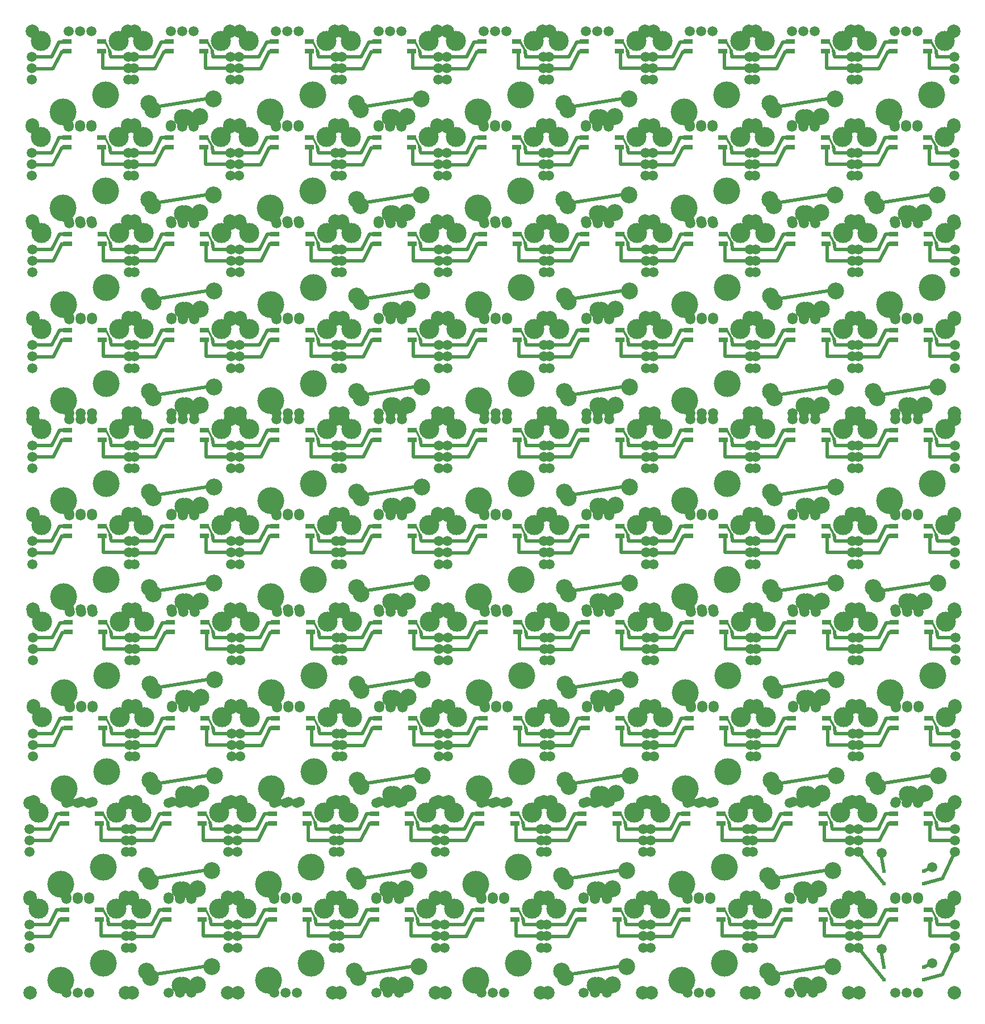
<source format=gbr>
%TF.GenerationSoftware,KiCad,Pcbnew,7.0.2*%
%TF.CreationDate,2023-05-08T22:29:03+02:00*%
%TF.ProjectId,verasity_PCB,76657261-7369-4747-995f-5043422e6b69,rev?*%
%TF.SameCoordinates,Original*%
%TF.FileFunction,Copper,L1,Top*%
%TF.FilePolarity,Positive*%
%FSLAX46Y46*%
G04 Gerber Fmt 4.6, Leading zero omitted, Abs format (unit mm)*
G04 Created by KiCad (PCBNEW 7.0.2) date 2023-05-08 22:29:03*
%MOMM*%
%LPD*%
G01*
G04 APERTURE LIST*
%TA.AperFunction,EtchedComponent*%
%ADD10C,0.500000*%
%TD*%
%TA.AperFunction,EtchedComponent*%
%ADD11C,0.300000*%
%TD*%
%TA.AperFunction,ComponentPad*%
%ADD12C,1.500000*%
%TD*%
%TA.AperFunction,ComponentPad*%
%ADD13C,2.000000*%
%TD*%
%TA.AperFunction,ComponentPad*%
%ADD14C,3.000000*%
%TD*%
%TA.AperFunction,ComponentPad*%
%ADD15C,2.500000*%
%TD*%
%TA.AperFunction,SMDPad,CuDef*%
%ADD16R,1.400000X0.800000*%
%TD*%
%TA.AperFunction,SMDPad,CuDef*%
%ADD17R,0.500000X0.500000*%
%TD*%
%TA.AperFunction,ComponentPad*%
%ADD18C,4.000000*%
%TD*%
G04 APERTURE END LIST*
D10*
%TO.C,REF\u002A\u002A*%
X145629375Y-62334375D02*
X143104375Y-62334375D01*
X145854375Y-64084375D02*
X142979375Y-64084375D01*
X146779375Y-60084375D02*
X145629375Y-62334375D01*
X147154375Y-61534375D02*
X145854375Y-64084375D01*
X147454375Y-60084375D02*
X146804375Y-60084375D01*
X153329375Y-64034375D02*
X153329375Y-61584375D01*
X153329375Y-68584375D02*
X146479375Y-69684375D01*
D11*
X154329375Y-61384375D02*
X153629375Y-60034375D01*
D10*
X154479375Y-62334375D02*
X154329375Y-61384375D01*
X156604375Y-62334375D02*
X154479375Y-62334375D01*
X157079375Y-64034375D02*
X153329375Y-64034375D01*
X83856250Y-19392500D02*
X81331250Y-19392500D01*
X84081250Y-21142500D02*
X81206250Y-21142500D01*
X85006250Y-17142500D02*
X83856250Y-19392500D01*
X85381250Y-18592500D02*
X84081250Y-21142500D01*
X85681250Y-17142500D02*
X85031250Y-17142500D01*
X91556250Y-21092500D02*
X91556250Y-18642500D01*
X91556250Y-25642500D02*
X84706250Y-26742500D01*
D11*
X92556250Y-18442500D02*
X91856250Y-17092500D01*
D10*
X92706250Y-19392500D02*
X92556250Y-18442500D01*
X94831250Y-19392500D02*
X92706250Y-19392500D01*
X95306250Y-21092500D02*
X91556250Y-21092500D01*
X160850000Y-76542500D02*
X158325000Y-76542500D01*
X161075000Y-78292500D02*
X158200000Y-78292500D01*
X161750000Y-82842500D02*
X161350000Y-80912500D01*
X161750000Y-84742500D02*
X157900000Y-79942500D01*
X162000000Y-74292500D02*
X160850000Y-76542500D01*
X162375000Y-75742500D02*
X161075000Y-78292500D01*
X162675000Y-74292500D02*
X162025000Y-74292500D01*
X167650000Y-82842500D02*
X168910000Y-82252500D01*
X167650000Y-84742500D02*
X170430000Y-83942500D01*
X168550000Y-78242500D02*
X168550000Y-75792500D01*
D11*
X169550000Y-75592500D02*
X168850000Y-74242500D01*
D10*
X169700000Y-76542500D02*
X169550000Y-75592500D01*
X170430000Y-83942500D02*
X172300000Y-79942500D01*
X171825000Y-76542500D02*
X169700000Y-76542500D01*
X172300000Y-78242500D02*
X168550000Y-78242500D01*
X160929375Y-48046875D02*
X158404375Y-48046875D01*
X161154375Y-49796875D02*
X158279375Y-49796875D01*
X162079375Y-45796875D02*
X160929375Y-48046875D01*
X162454375Y-47246875D02*
X161154375Y-49796875D01*
X162754375Y-45796875D02*
X162104375Y-45796875D01*
X168629375Y-49746875D02*
X168629375Y-47296875D01*
D11*
X169629375Y-47096875D02*
X168929375Y-45746875D01*
D10*
X169779375Y-48046875D02*
X169629375Y-47096875D01*
X171904375Y-48046875D02*
X169779375Y-48046875D01*
X172379375Y-49746875D02*
X168629375Y-49746875D01*
X114891875Y-48046875D02*
X112366875Y-48046875D01*
X115116875Y-49796875D02*
X112241875Y-49796875D01*
X116041875Y-45796875D02*
X114891875Y-48046875D01*
X116416875Y-47246875D02*
X115116875Y-49796875D01*
X116716875Y-45796875D02*
X116066875Y-45796875D01*
X122591875Y-49746875D02*
X122591875Y-47296875D01*
X122591875Y-54296875D02*
X115741875Y-55396875D01*
D11*
X123591875Y-47096875D02*
X122891875Y-45746875D01*
D10*
X123741875Y-48046875D02*
X123591875Y-47096875D01*
X125866875Y-48046875D02*
X123741875Y-48046875D01*
X126341875Y-49746875D02*
X122591875Y-49746875D01*
X160850000Y-4470000D02*
X158325000Y-4470000D01*
X161075000Y-6220000D02*
X158200000Y-6220000D01*
X162000000Y-2220000D02*
X160850000Y-4470000D01*
X162375000Y-3670000D02*
X161075000Y-6220000D01*
X162675000Y-2220000D02*
X162025000Y-2220000D01*
X168550000Y-6170000D02*
X168550000Y-3720000D01*
X168550000Y-10720000D02*
X161700000Y-11820000D01*
D11*
X169550000Y-3520000D02*
X168850000Y-2170000D01*
D10*
X169700000Y-4470000D02*
X169550000Y-3520000D01*
X171825000Y-4470000D02*
X169700000Y-4470000D01*
X172300000Y-6170000D02*
X168550000Y-6170000D01*
X145550000Y9817500D02*
X143025000Y9817500D01*
X145775000Y8067500D02*
X142900000Y8067500D01*
X146700000Y12067500D02*
X145550000Y9817500D01*
X147075000Y10617500D02*
X145775000Y8067500D01*
X147375000Y12067500D02*
X146725000Y12067500D01*
X153250000Y8117500D02*
X153250000Y10567500D01*
X153250000Y3567500D02*
X146400000Y2467500D01*
D11*
X154250000Y10767500D02*
X153550000Y12117500D01*
D10*
X154400000Y9817500D02*
X154250000Y10767500D01*
X156525000Y9817500D02*
X154400000Y9817500D01*
X157000000Y8117500D02*
X153250000Y8117500D01*
X37640625Y9817500D02*
X35115625Y9817500D01*
X37865625Y8067500D02*
X34990625Y8067500D01*
X38790625Y12067500D02*
X37640625Y9817500D01*
X39165625Y10617500D02*
X37865625Y8067500D01*
X39465625Y12067500D02*
X38815625Y12067500D01*
X45340625Y8117500D02*
X45340625Y10567500D01*
D11*
X46340625Y10767500D02*
X45640625Y12117500D01*
D10*
X46490625Y9817500D02*
X46340625Y10767500D01*
X48615625Y9817500D02*
X46490625Y9817500D01*
X49090625Y8117500D02*
X45340625Y8117500D01*
X68676250Y-48046875D02*
X66151250Y-48046875D01*
X68901250Y-49796875D02*
X66026250Y-49796875D01*
X69826250Y-45796875D02*
X68676250Y-48046875D01*
X70201250Y-47246875D02*
X68901250Y-49796875D01*
X70501250Y-45796875D02*
X69851250Y-45796875D01*
X76376250Y-49746875D02*
X76376250Y-47296875D01*
D11*
X77376250Y-47096875D02*
X76676250Y-45746875D01*
D10*
X77526250Y-48046875D02*
X77376250Y-47096875D01*
X79651250Y-48046875D02*
X77526250Y-48046875D01*
X80126250Y-49746875D02*
X76376250Y-49746875D01*
X83935625Y-62334375D02*
X81410625Y-62334375D01*
X84160625Y-64084375D02*
X81285625Y-64084375D01*
X85085625Y-60084375D02*
X83935625Y-62334375D01*
X85460625Y-61534375D02*
X84160625Y-64084375D01*
X85760625Y-60084375D02*
X85110625Y-60084375D01*
X91635625Y-64034375D02*
X91635625Y-61584375D01*
X91635625Y-68584375D02*
X84785625Y-69684375D01*
D11*
X92635625Y-61384375D02*
X91935625Y-60034375D01*
D10*
X92785625Y-62334375D02*
X92635625Y-61384375D01*
X94910625Y-62334375D02*
X92785625Y-62334375D01*
X95385625Y-64034375D02*
X91635625Y-64034375D01*
X68200000Y-90830000D02*
X65675000Y-90830000D01*
X68425000Y-92580000D02*
X65550000Y-92580000D01*
X69350000Y-88580000D02*
X68200000Y-90830000D01*
X69725000Y-90030000D02*
X68425000Y-92580000D01*
X70025000Y-88580000D02*
X69375000Y-88580000D01*
X75900000Y-92530000D02*
X75900000Y-90080000D01*
D11*
X76900000Y-89880000D02*
X76200000Y-88530000D01*
D10*
X77050000Y-90830000D02*
X76900000Y-89880000D01*
X79175000Y-90830000D02*
X77050000Y-90830000D01*
X79650000Y-92530000D02*
X75900000Y-92530000D01*
X99553125Y9817500D02*
X97028125Y9817500D01*
X99778125Y8067500D02*
X96903125Y8067500D01*
X100703125Y12067500D02*
X99553125Y9817500D01*
X101078125Y10617500D02*
X99778125Y8067500D01*
X101378125Y12067500D02*
X100728125Y12067500D01*
X107253125Y8117500D02*
X107253125Y10567500D01*
D11*
X108253125Y10767500D02*
X107553125Y12117500D01*
D10*
X108403125Y9817500D02*
X108253125Y10767500D01*
X110528125Y9817500D02*
X108403125Y9817500D01*
X111003125Y8117500D02*
X107253125Y8117500D01*
X52820625Y24184375D02*
X50295625Y24184375D01*
X53045625Y22434375D02*
X50170625Y22434375D01*
X53970625Y26434375D02*
X52820625Y24184375D01*
X54345625Y24984375D02*
X53045625Y22434375D01*
X54645625Y26434375D02*
X53995625Y26434375D01*
X60520625Y22484375D02*
X60520625Y24934375D01*
X60520625Y17934375D02*
X53670625Y16834375D01*
D11*
X61520625Y25134375D02*
X60820625Y26484375D01*
D10*
X61670625Y24184375D02*
X61520625Y25134375D01*
X63795625Y24184375D02*
X61670625Y24184375D01*
X64270625Y22484375D02*
X60520625Y22484375D01*
X160929375Y-62334375D02*
X158404375Y-62334375D01*
X161154375Y-64084375D02*
X158279375Y-64084375D01*
X162079375Y-60084375D02*
X160929375Y-62334375D01*
X162454375Y-61534375D02*
X161154375Y-64084375D01*
X162754375Y-60084375D02*
X162104375Y-60084375D01*
X168629375Y-64034375D02*
X168629375Y-61584375D01*
X168629375Y-68584375D02*
X161779375Y-69684375D01*
D11*
X169629375Y-61384375D02*
X168929375Y-60034375D01*
D10*
X169779375Y-62334375D02*
X169629375Y-61384375D01*
X171904375Y-62334375D02*
X169779375Y-62334375D01*
X172379375Y-64034375D02*
X168629375Y-64034375D01*
X37561250Y24184375D02*
X35036250Y24184375D01*
X37786250Y22434375D02*
X34911250Y22434375D01*
X38711250Y26434375D02*
X37561250Y24184375D01*
X39086250Y24984375D02*
X37786250Y22434375D01*
X39386250Y26434375D02*
X38736250Y26434375D01*
X45261250Y22484375D02*
X45261250Y24934375D01*
D11*
X46261250Y25134375D02*
X45561250Y26484375D01*
D10*
X46411250Y24184375D02*
X46261250Y25134375D01*
X48536250Y24184375D02*
X46411250Y24184375D01*
X49011250Y22484375D02*
X45261250Y22484375D01*
X68596875Y-4470000D02*
X66071875Y-4470000D01*
X68821875Y-6220000D02*
X65946875Y-6220000D01*
X69746875Y-2220000D02*
X68596875Y-4470000D01*
X70121875Y-3670000D02*
X68821875Y-6220000D01*
X70421875Y-2220000D02*
X69771875Y-2220000D01*
X76296875Y-6170000D02*
X76296875Y-3720000D01*
D11*
X77296875Y-3520000D02*
X76596875Y-2170000D01*
D10*
X77446875Y-4470000D02*
X77296875Y-3520000D01*
X79571875Y-4470000D02*
X77446875Y-4470000D01*
X80046875Y-6170000D02*
X76296875Y-6170000D01*
X145153125Y-90830000D02*
X142628125Y-90830000D01*
X145378125Y-92580000D02*
X142503125Y-92580000D01*
X146303125Y-88580000D02*
X145153125Y-90830000D01*
X146678125Y-90030000D02*
X145378125Y-92580000D01*
X146978125Y-88580000D02*
X146328125Y-88580000D01*
X152853125Y-92530000D02*
X152853125Y-90080000D01*
X152853125Y-97080000D02*
X146003125Y-98180000D01*
D11*
X153853125Y-89880000D02*
X153153125Y-88530000D01*
D10*
X154003125Y-90830000D02*
X153853125Y-89880000D01*
X156128125Y-90830000D02*
X154003125Y-90830000D01*
X156603125Y-92530000D02*
X152853125Y-92530000D01*
X37720000Y-48046875D02*
X35195000Y-48046875D01*
X37945000Y-49796875D02*
X35070000Y-49796875D01*
X38870000Y-45796875D02*
X37720000Y-48046875D01*
X39245000Y-47246875D02*
X37945000Y-49796875D01*
X39545000Y-45796875D02*
X38895000Y-45796875D01*
X45420000Y-49746875D02*
X45420000Y-47296875D01*
D11*
X46420000Y-47096875D02*
X45720000Y-45746875D01*
D10*
X46570000Y-48046875D02*
X46420000Y-47096875D01*
X48695000Y-48046875D02*
X46570000Y-48046875D01*
X49170000Y-49746875D02*
X45420000Y-49746875D01*
X83776875Y24184375D02*
X81251875Y24184375D01*
X84001875Y22434375D02*
X81126875Y22434375D01*
X84926875Y26434375D02*
X83776875Y24184375D01*
X85301875Y24984375D02*
X84001875Y22434375D01*
X85601875Y26434375D02*
X84951875Y26434375D01*
X91476875Y22484375D02*
X91476875Y24934375D01*
X91476875Y17934375D02*
X84626875Y16834375D01*
D11*
X92476875Y25134375D02*
X91776875Y26484375D01*
D10*
X92626875Y24184375D02*
X92476875Y25134375D01*
X94751875Y24184375D02*
X92626875Y24184375D01*
X95226875Y22484375D02*
X91476875Y22484375D01*
X145470625Y38471875D02*
X142945625Y38471875D01*
X145695625Y36721875D02*
X142820625Y36721875D01*
X146620625Y40721875D02*
X145470625Y38471875D01*
X146995625Y39271875D02*
X145695625Y36721875D01*
X147295625Y40721875D02*
X146645625Y40721875D01*
X153170625Y36771875D02*
X153170625Y39221875D01*
X153170625Y32221875D02*
X146320625Y31121875D01*
D11*
X154170625Y39421875D02*
X153470625Y40771875D01*
D10*
X154320625Y38471875D02*
X154170625Y39421875D01*
X156445625Y38471875D02*
X154320625Y38471875D01*
X156920625Y36771875D02*
X153170625Y36771875D01*
X83935625Y-48046875D02*
X81410625Y-48046875D01*
X84160625Y-49796875D02*
X81285625Y-49796875D01*
X85085625Y-45796875D02*
X83935625Y-48046875D01*
X85460625Y-47246875D02*
X84160625Y-49796875D01*
X85760625Y-45796875D02*
X85110625Y-45796875D01*
X91635625Y-49746875D02*
X91635625Y-47296875D01*
X91635625Y-54296875D02*
X84785625Y-55396875D01*
D11*
X92635625Y-47096875D02*
X91935625Y-45746875D01*
D10*
X92785625Y-48046875D02*
X92635625Y-47096875D01*
X94910625Y-48046875D02*
X92785625Y-48046875D01*
X95385625Y-49746875D02*
X91635625Y-49746875D01*
X99156250Y-76542500D02*
X96631250Y-76542500D01*
X99381250Y-78292500D02*
X96506250Y-78292500D01*
X100306250Y-74292500D02*
X99156250Y-76542500D01*
X100681250Y-75742500D02*
X99381250Y-78292500D01*
X100981250Y-74292500D02*
X100331250Y-74292500D01*
X106856250Y-78242500D02*
X106856250Y-75792500D01*
D11*
X107856250Y-75592500D02*
X107156250Y-74242500D01*
D10*
X108006250Y-76542500D02*
X107856250Y-75592500D01*
X110131250Y-76542500D02*
X108006250Y-76542500D01*
X110606250Y-78242500D02*
X106856250Y-78242500D01*
X130211250Y38471875D02*
X127686250Y38471875D01*
X130436250Y36721875D02*
X127561250Y36721875D01*
X131361250Y40721875D02*
X130211250Y38471875D01*
X131736250Y39271875D02*
X130436250Y36721875D01*
X132036250Y40721875D02*
X131386250Y40721875D01*
X137911250Y36771875D02*
X137911250Y39221875D01*
D11*
X138911250Y39421875D02*
X138211250Y40771875D01*
D10*
X139061250Y38471875D02*
X138911250Y39421875D01*
X141186250Y38471875D02*
X139061250Y38471875D01*
X141661250Y36771875D02*
X137911250Y36771875D01*
X83776875Y38471875D02*
X81251875Y38471875D01*
X84001875Y36721875D02*
X81126875Y36721875D01*
X84926875Y40721875D02*
X83776875Y38471875D01*
X85301875Y39271875D02*
X84001875Y36721875D01*
X85601875Y40721875D02*
X84951875Y40721875D01*
X91476875Y36771875D02*
X91476875Y39221875D01*
X91476875Y32221875D02*
X84626875Y31121875D01*
D11*
X92476875Y39421875D02*
X91776875Y40771875D01*
D10*
X92626875Y38471875D02*
X92476875Y39421875D01*
X94751875Y38471875D02*
X92626875Y38471875D01*
X95226875Y36771875D02*
X91476875Y36771875D01*
X160770625Y38471875D02*
X158245625Y38471875D01*
X160995625Y36721875D02*
X158120625Y36721875D01*
X161920625Y40721875D02*
X160770625Y38471875D01*
X162295625Y39271875D02*
X160995625Y36721875D01*
X162595625Y40721875D02*
X161945625Y40721875D01*
X168470625Y36771875D02*
X168470625Y39221875D01*
D11*
X169470625Y39421875D02*
X168770625Y40771875D01*
D10*
X169620625Y38471875D02*
X169470625Y39421875D01*
X171745625Y38471875D02*
X169620625Y38471875D01*
X172220625Y36771875D02*
X168470625Y36771875D01*
X68517500Y38471875D02*
X65992500Y38471875D01*
X68742500Y36721875D02*
X65867500Y36721875D01*
X69667500Y40721875D02*
X68517500Y38471875D01*
X70042500Y39271875D02*
X68742500Y36721875D01*
X70342500Y40721875D02*
X69692500Y40721875D01*
X76217500Y36771875D02*
X76217500Y39221875D01*
D11*
X77217500Y39421875D02*
X76517500Y40771875D01*
D10*
X77367500Y38471875D02*
X77217500Y39421875D01*
X79492500Y38471875D02*
X77367500Y38471875D01*
X79967500Y36771875D02*
X76217500Y36771875D01*
X130370000Y-48046875D02*
X127845000Y-48046875D01*
X130595000Y-49796875D02*
X127720000Y-49796875D01*
X131520000Y-45796875D02*
X130370000Y-48046875D01*
X131895000Y-47246875D02*
X130595000Y-49796875D01*
X132195000Y-45796875D02*
X131545000Y-45796875D01*
X138070000Y-49746875D02*
X138070000Y-47296875D01*
D11*
X139070000Y-47096875D02*
X138370000Y-45746875D01*
D10*
X139220000Y-48046875D02*
X139070000Y-47096875D01*
X141345000Y-48046875D02*
X139220000Y-48046875D01*
X141820000Y-49746875D02*
X138070000Y-49746875D01*
X99632500Y-62334375D02*
X97107500Y-62334375D01*
X99857500Y-64084375D02*
X96982500Y-64084375D01*
X100782500Y-60084375D02*
X99632500Y-62334375D01*
X101157500Y-61534375D02*
X99857500Y-64084375D01*
X101457500Y-60084375D02*
X100807500Y-60084375D01*
X107332500Y-64034375D02*
X107332500Y-61584375D01*
D11*
X108332500Y-61384375D02*
X107632500Y-60034375D01*
D10*
X108482500Y-62334375D02*
X108332500Y-61384375D01*
X110607500Y-62334375D02*
X108482500Y-62334375D01*
X111082500Y-64034375D02*
X107332500Y-64034375D01*
X114812500Y-19392500D02*
X112287500Y-19392500D01*
X115037500Y-21142500D02*
X112162500Y-21142500D01*
X115962500Y-17142500D02*
X114812500Y-19392500D01*
X116337500Y-18592500D02*
X115037500Y-21142500D01*
X116637500Y-17142500D02*
X115987500Y-17142500D01*
X122512500Y-21092500D02*
X122512500Y-18642500D01*
X122512500Y-25642500D02*
X115662500Y-26742500D01*
D11*
X123512500Y-18442500D02*
X122812500Y-17092500D01*
D10*
X123662500Y-19392500D02*
X123512500Y-18442500D01*
X125787500Y-19392500D02*
X123662500Y-19392500D01*
X126262500Y-21092500D02*
X122512500Y-21092500D01*
X160770625Y24184375D02*
X158245625Y24184375D01*
X160995625Y22434375D02*
X158120625Y22434375D01*
X161920625Y26434375D02*
X160770625Y24184375D01*
X162295625Y24984375D02*
X160995625Y22434375D01*
X162595625Y26434375D02*
X161945625Y26434375D01*
X168470625Y22484375D02*
X168470625Y24934375D01*
X168470625Y17934375D02*
X161620625Y16834375D01*
D11*
X169470625Y25134375D02*
X168770625Y26484375D01*
D10*
X169620625Y24184375D02*
X169470625Y25134375D01*
X171745625Y24184375D02*
X169620625Y24184375D01*
X172220625Y22484375D02*
X168470625Y22484375D01*
X114733125Y24184375D02*
X112208125Y24184375D01*
X114958125Y22434375D02*
X112083125Y22434375D01*
X115883125Y26434375D02*
X114733125Y24184375D01*
X116258125Y24984375D02*
X114958125Y22434375D01*
X116558125Y26434375D02*
X115908125Y26434375D01*
X122433125Y22484375D02*
X122433125Y24934375D01*
X122433125Y17934375D02*
X115583125Y16834375D01*
D11*
X123433125Y25134375D02*
X122733125Y26484375D01*
D10*
X123583125Y24184375D02*
X123433125Y25134375D01*
X125708125Y24184375D02*
X123583125Y24184375D01*
X126183125Y22484375D02*
X122433125Y22484375D01*
X160850000Y9817500D02*
X158325000Y9817500D01*
X161075000Y8067500D02*
X158200000Y8067500D01*
X162000000Y12067500D02*
X160850000Y9817500D01*
X162375000Y10617500D02*
X161075000Y8067500D01*
X162675000Y12067500D02*
X162025000Y12067500D01*
X168550000Y8117500D02*
X168550000Y10567500D01*
D11*
X169550000Y10767500D02*
X168850000Y12117500D01*
D10*
X169700000Y9817500D02*
X169550000Y10767500D01*
X171825000Y9817500D02*
X169700000Y9817500D01*
X172300000Y8117500D02*
X168550000Y8117500D01*
X145153125Y-76542500D02*
X142628125Y-76542500D01*
X145378125Y-78292500D02*
X142503125Y-78292500D01*
X146303125Y-74292500D02*
X145153125Y-76542500D01*
X146678125Y-75742500D02*
X145378125Y-78292500D01*
X146978125Y-74292500D02*
X146328125Y-74292500D01*
X152853125Y-78242500D02*
X152853125Y-75792500D01*
X152853125Y-82792500D02*
X146003125Y-83892500D01*
D11*
X153853125Y-75592500D02*
X153153125Y-74242500D01*
D10*
X154003125Y-76542500D02*
X153853125Y-75592500D01*
X156128125Y-76542500D02*
X154003125Y-76542500D01*
X156603125Y-78242500D02*
X152853125Y-78242500D01*
X83459375Y-76542500D02*
X80934375Y-76542500D01*
X83684375Y-78292500D02*
X80809375Y-78292500D01*
X84609375Y-74292500D02*
X83459375Y-76542500D01*
X84984375Y-75742500D02*
X83684375Y-78292500D01*
X85284375Y-74292500D02*
X84634375Y-74292500D01*
X91159375Y-78242500D02*
X91159375Y-75792500D01*
X91159375Y-82792500D02*
X84309375Y-83892500D01*
D11*
X92159375Y-75592500D02*
X91459375Y-74242500D01*
D10*
X92309375Y-76542500D02*
X92159375Y-75592500D01*
X94434375Y-76542500D02*
X92309375Y-76542500D01*
X94909375Y-78242500D02*
X91159375Y-78242500D01*
X130211250Y24184375D02*
X127686250Y24184375D01*
X130436250Y22434375D02*
X127561250Y22434375D01*
X131361250Y26434375D02*
X130211250Y24184375D01*
X131736250Y24984375D02*
X130436250Y22434375D01*
X132036250Y26434375D02*
X131386250Y26434375D01*
X137911250Y22484375D02*
X137911250Y24934375D01*
D11*
X138911250Y25134375D02*
X138211250Y26484375D01*
D10*
X139061250Y24184375D02*
X138911250Y25134375D01*
X141186250Y24184375D02*
X139061250Y24184375D01*
X141661250Y22484375D02*
X137911250Y22484375D01*
X52979375Y-62334375D02*
X50454375Y-62334375D01*
X53204375Y-64084375D02*
X50329375Y-64084375D01*
X54129375Y-60084375D02*
X52979375Y-62334375D01*
X54504375Y-61534375D02*
X53204375Y-64084375D01*
X54804375Y-60084375D02*
X54154375Y-60084375D01*
X60679375Y-64034375D02*
X60679375Y-61584375D01*
X60679375Y-68584375D02*
X53829375Y-69684375D01*
D11*
X61679375Y-61384375D02*
X60979375Y-60034375D01*
D10*
X61829375Y-62334375D02*
X61679375Y-61384375D01*
X63954375Y-62334375D02*
X61829375Y-62334375D01*
X64429375Y-64034375D02*
X60679375Y-64034375D01*
X83856250Y-33680000D02*
X81331250Y-33680000D01*
X84081250Y-35430000D02*
X81206250Y-35430000D01*
X85006250Y-31430000D02*
X83856250Y-33680000D01*
X85381250Y-32880000D02*
X84081250Y-35430000D01*
X85681250Y-31430000D02*
X85031250Y-31430000D01*
X91556250Y-35380000D02*
X91556250Y-32930000D01*
X91556250Y-39930000D02*
X84706250Y-41030000D01*
D11*
X92556250Y-32730000D02*
X91856250Y-31380000D01*
D10*
X92706250Y-33680000D02*
X92556250Y-32730000D01*
X94831250Y-33680000D02*
X92706250Y-33680000D01*
X95306250Y-35380000D02*
X91556250Y-35380000D01*
X114812500Y-33680000D02*
X112287500Y-33680000D01*
X115037500Y-35430000D02*
X112162500Y-35430000D01*
X115962500Y-31430000D02*
X114812500Y-33680000D01*
X116337500Y-32880000D02*
X115037500Y-35430000D01*
X116637500Y-31430000D02*
X115987500Y-31430000D01*
X122512500Y-35380000D02*
X122512500Y-32930000D01*
X122512500Y-39930000D02*
X115662500Y-41030000D01*
D11*
X123512500Y-32730000D02*
X122812500Y-31380000D01*
D10*
X123662500Y-33680000D02*
X123512500Y-32730000D01*
X125787500Y-33680000D02*
X123662500Y-33680000D01*
X126262500Y-35380000D02*
X122512500Y-35380000D01*
X129893750Y-90830000D02*
X127368750Y-90830000D01*
X130118750Y-92580000D02*
X127243750Y-92580000D01*
X131043750Y-88580000D02*
X129893750Y-90830000D01*
X131418750Y-90030000D02*
X130118750Y-92580000D01*
X131718750Y-88580000D02*
X131068750Y-88580000D01*
X137593750Y-92530000D02*
X137593750Y-90080000D01*
D11*
X138593750Y-89880000D02*
X137893750Y-88530000D01*
D10*
X138743750Y-90830000D02*
X138593750Y-89880000D01*
X140868750Y-90830000D02*
X138743750Y-90830000D01*
X141343750Y-92530000D02*
X137593750Y-92530000D01*
X52820625Y38471875D02*
X50295625Y38471875D01*
X53045625Y36721875D02*
X50170625Y36721875D01*
X53970625Y40721875D02*
X52820625Y38471875D01*
X54345625Y39271875D02*
X53045625Y36721875D01*
X54645625Y40721875D02*
X53995625Y40721875D01*
X60520625Y36771875D02*
X60520625Y39221875D01*
X60520625Y32221875D02*
X53670625Y31121875D01*
D11*
X61520625Y39421875D02*
X60820625Y40771875D01*
D10*
X61670625Y38471875D02*
X61520625Y39421875D01*
X63795625Y38471875D02*
X61670625Y38471875D01*
X64270625Y36771875D02*
X60520625Y36771875D01*
X114415625Y-90830000D02*
X111890625Y-90830000D01*
X114640625Y-92580000D02*
X111765625Y-92580000D01*
X115565625Y-88580000D02*
X114415625Y-90830000D01*
X115940625Y-90030000D02*
X114640625Y-92580000D01*
X116240625Y-88580000D02*
X115590625Y-88580000D01*
X122115625Y-92530000D02*
X122115625Y-90080000D01*
X122115625Y-97080000D02*
X115265625Y-98180000D01*
D11*
X123115625Y-89880000D02*
X122415625Y-88530000D01*
D10*
X123265625Y-90830000D02*
X123115625Y-89880000D01*
X125390625Y-90830000D02*
X123265625Y-90830000D01*
X125865625Y-92530000D02*
X122115625Y-92530000D01*
X83459375Y-90830000D02*
X80934375Y-90830000D01*
X83684375Y-92580000D02*
X80809375Y-92580000D01*
X84609375Y-88580000D02*
X83459375Y-90830000D01*
X84984375Y-90030000D02*
X83684375Y-92580000D01*
X85284375Y-88580000D02*
X84634375Y-88580000D01*
X91159375Y-92530000D02*
X91159375Y-90080000D01*
X91159375Y-97080000D02*
X84309375Y-98180000D01*
D11*
X92159375Y-89880000D02*
X91459375Y-88530000D01*
D10*
X92309375Y-90830000D02*
X92159375Y-89880000D01*
X94434375Y-90830000D02*
X92309375Y-90830000D01*
X94909375Y-92530000D02*
X91159375Y-92530000D01*
X52503125Y-90830000D02*
X49978125Y-90830000D01*
X52728125Y-92580000D02*
X49853125Y-92580000D01*
X53653125Y-88580000D02*
X52503125Y-90830000D01*
X54028125Y-90030000D02*
X52728125Y-92580000D01*
X54328125Y-88580000D02*
X53678125Y-88580000D01*
X60203125Y-92530000D02*
X60203125Y-90080000D01*
X60203125Y-97080000D02*
X53353125Y-98180000D01*
D11*
X61203125Y-89880000D02*
X60503125Y-88530000D01*
D10*
X61353125Y-90830000D02*
X61203125Y-89880000D01*
X63478125Y-90830000D02*
X61353125Y-90830000D01*
X63953125Y-92530000D02*
X60203125Y-92530000D01*
X68517500Y24184375D02*
X65992500Y24184375D01*
X68742500Y22434375D02*
X65867500Y22434375D01*
X69667500Y26434375D02*
X68517500Y24184375D01*
X70042500Y24984375D02*
X68742500Y22434375D01*
X70342500Y26434375D02*
X69692500Y26434375D01*
X76217500Y22484375D02*
X76217500Y24934375D01*
D11*
X77217500Y25134375D02*
X76517500Y26484375D01*
D10*
X77367500Y24184375D02*
X77217500Y25134375D01*
X79492500Y24184375D02*
X77367500Y24184375D01*
X79967500Y22484375D02*
X76217500Y22484375D01*
X145470625Y24184375D02*
X142945625Y24184375D01*
X145695625Y22434375D02*
X142820625Y22434375D01*
X146620625Y26434375D02*
X145470625Y24184375D01*
X146995625Y24984375D02*
X145695625Y22434375D01*
X147295625Y26434375D02*
X146645625Y26434375D01*
X153170625Y22484375D02*
X153170625Y24934375D01*
X153170625Y17934375D02*
X146320625Y16834375D01*
D11*
X154170625Y25134375D02*
X153470625Y26484375D01*
D10*
X154320625Y24184375D02*
X154170625Y25134375D01*
X156445625Y24184375D02*
X154320625Y24184375D01*
X156920625Y22484375D02*
X153170625Y22484375D01*
X52979375Y-48046875D02*
X50454375Y-48046875D01*
X53204375Y-49796875D02*
X50329375Y-49796875D01*
X54129375Y-45796875D02*
X52979375Y-48046875D01*
X54504375Y-47246875D02*
X53204375Y-49796875D01*
X54804375Y-45796875D02*
X54154375Y-45796875D01*
X60679375Y-49746875D02*
X60679375Y-47296875D01*
X60679375Y-54296875D02*
X53829375Y-55396875D01*
D11*
X61679375Y-47096875D02*
X60979375Y-45746875D01*
D10*
X61829375Y-48046875D02*
X61679375Y-47096875D01*
X63954375Y-48046875D02*
X61829375Y-48046875D01*
X64429375Y-49746875D02*
X60679375Y-49746875D01*
X83856250Y-4470000D02*
X81331250Y-4470000D01*
X84081250Y-6220000D02*
X81206250Y-6220000D01*
X85006250Y-2220000D02*
X83856250Y-4470000D01*
X85381250Y-3670000D02*
X84081250Y-6220000D01*
X85681250Y-2220000D02*
X85031250Y-2220000D01*
X91556250Y-6170000D02*
X91556250Y-3720000D01*
X91556250Y-10720000D02*
X84706250Y-11820000D01*
D11*
X92556250Y-3520000D02*
X91856250Y-2170000D01*
D10*
X92706250Y-4470000D02*
X92556250Y-3520000D01*
X94831250Y-4470000D02*
X92706250Y-4470000D01*
X95306250Y-6170000D02*
X91556250Y-6170000D01*
X37243750Y-90830000D02*
X34718750Y-90830000D01*
X37468750Y-92580000D02*
X34593750Y-92580000D01*
X38393750Y-88580000D02*
X37243750Y-90830000D01*
X38768750Y-90030000D02*
X37468750Y-92580000D01*
X39068750Y-88580000D02*
X38418750Y-88580000D01*
X44943750Y-92530000D02*
X44943750Y-90080000D01*
D11*
X45943750Y-89880000D02*
X45243750Y-88530000D01*
D10*
X46093750Y-90830000D02*
X45943750Y-89880000D01*
X48218750Y-90830000D02*
X46093750Y-90830000D01*
X48693750Y-92530000D02*
X44943750Y-92530000D01*
X99473750Y38471875D02*
X96948750Y38471875D01*
X99698750Y36721875D02*
X96823750Y36721875D01*
X100623750Y40721875D02*
X99473750Y38471875D01*
X100998750Y39271875D02*
X99698750Y36721875D01*
X101298750Y40721875D02*
X100648750Y40721875D01*
X107173750Y36771875D02*
X107173750Y39221875D01*
D11*
X108173750Y39421875D02*
X107473750Y40771875D01*
D10*
X108323750Y38471875D02*
X108173750Y39421875D01*
X110448750Y38471875D02*
X108323750Y38471875D01*
X110923750Y36771875D02*
X107173750Y36771875D01*
X145550000Y-4470000D02*
X143025000Y-4470000D01*
X145775000Y-6220000D02*
X142900000Y-6220000D01*
X146700000Y-2220000D02*
X145550000Y-4470000D01*
X147075000Y-3670000D02*
X145775000Y-6220000D01*
X147375000Y-2220000D02*
X146725000Y-2220000D01*
X153250000Y-6170000D02*
X153250000Y-3720000D01*
X153250000Y-10720000D02*
X146400000Y-11820000D01*
D11*
X154250000Y-3520000D02*
X153550000Y-2170000D01*
D10*
X154400000Y-4470000D02*
X154250000Y-3520000D01*
X156525000Y-4470000D02*
X154400000Y-4470000D01*
X157000000Y-6170000D02*
X153250000Y-6170000D01*
X52503125Y-76542500D02*
X49978125Y-76542500D01*
X52728125Y-78292500D02*
X49853125Y-78292500D01*
X53653125Y-74292500D02*
X52503125Y-76542500D01*
X54028125Y-75742500D02*
X52728125Y-78292500D01*
X54328125Y-74292500D02*
X53678125Y-74292500D01*
X60203125Y-78242500D02*
X60203125Y-75792500D01*
X60203125Y-82792500D02*
X53353125Y-83892500D01*
D11*
X61203125Y-75592500D02*
X60503125Y-74242500D01*
D10*
X61353125Y-76542500D02*
X61203125Y-75592500D01*
X63478125Y-76542500D02*
X61353125Y-76542500D01*
X63953125Y-78242500D02*
X60203125Y-78242500D01*
X52900000Y-19392500D02*
X50375000Y-19392500D01*
X53125000Y-21142500D02*
X50250000Y-21142500D01*
X54050000Y-17142500D02*
X52900000Y-19392500D01*
X54425000Y-18592500D02*
X53125000Y-21142500D01*
X54725000Y-17142500D02*
X54075000Y-17142500D01*
X60600000Y-21092500D02*
X60600000Y-18642500D01*
X60600000Y-25642500D02*
X53750000Y-26742500D01*
D11*
X61600000Y-18442500D02*
X60900000Y-17092500D01*
D10*
X61750000Y-19392500D02*
X61600000Y-18442500D01*
X63875000Y-19392500D02*
X61750000Y-19392500D01*
X64350000Y-21092500D02*
X60600000Y-21092500D01*
X114733125Y38471875D02*
X112208125Y38471875D01*
X114958125Y36721875D02*
X112083125Y36721875D01*
X115883125Y40721875D02*
X114733125Y38471875D01*
X116258125Y39271875D02*
X114958125Y36721875D01*
X116558125Y40721875D02*
X115908125Y40721875D01*
X122433125Y36771875D02*
X122433125Y39221875D01*
X122433125Y32221875D02*
X115583125Y31121875D01*
D11*
X123433125Y39421875D02*
X122733125Y40771875D01*
D10*
X123583125Y38471875D02*
X123433125Y39421875D01*
X125708125Y38471875D02*
X123583125Y38471875D01*
X126183125Y36771875D02*
X122433125Y36771875D01*
X52900000Y-4470000D02*
X50375000Y-4470000D01*
X53125000Y-6220000D02*
X50250000Y-6220000D01*
X54050000Y-2220000D02*
X52900000Y-4470000D01*
X54425000Y-3670000D02*
X53125000Y-6220000D01*
X54725000Y-2220000D02*
X54075000Y-2220000D01*
X60600000Y-6170000D02*
X60600000Y-3720000D01*
X60600000Y-10720000D02*
X53750000Y-11820000D01*
D11*
X61600000Y-3520000D02*
X60900000Y-2170000D01*
D10*
X61750000Y-4470000D02*
X61600000Y-3520000D01*
X63875000Y-4470000D02*
X61750000Y-4470000D01*
X64350000Y-6170000D02*
X60600000Y-6170000D01*
X68596875Y-19392500D02*
X66071875Y-19392500D01*
X68821875Y-21142500D02*
X65946875Y-21142500D01*
X69746875Y-17142500D02*
X68596875Y-19392500D01*
X70121875Y-18592500D02*
X68821875Y-21142500D01*
X70421875Y-17142500D02*
X69771875Y-17142500D01*
X76296875Y-21092500D02*
X76296875Y-18642500D01*
D11*
X77296875Y-18442500D02*
X76596875Y-17092500D01*
D10*
X77446875Y-19392500D02*
X77296875Y-18442500D01*
X79571875Y-19392500D02*
X77446875Y-19392500D01*
X80046875Y-21092500D02*
X76296875Y-21092500D01*
X130370000Y-62334375D02*
X127845000Y-62334375D01*
X130595000Y-64084375D02*
X127720000Y-64084375D01*
X131520000Y-60084375D02*
X130370000Y-62334375D01*
X131895000Y-61534375D02*
X130595000Y-64084375D01*
X132195000Y-60084375D02*
X131545000Y-60084375D01*
X138070000Y-64034375D02*
X138070000Y-61584375D01*
D11*
X139070000Y-61384375D02*
X138370000Y-60034375D01*
D10*
X139220000Y-62334375D02*
X139070000Y-61384375D01*
X141345000Y-62334375D02*
X139220000Y-62334375D01*
X141820000Y-64034375D02*
X138070000Y-64034375D01*
X99553125Y-33680000D02*
X97028125Y-33680000D01*
X99778125Y-35430000D02*
X96903125Y-35430000D01*
X100703125Y-31430000D02*
X99553125Y-33680000D01*
X101078125Y-32880000D02*
X99778125Y-35430000D01*
X101378125Y-31430000D02*
X100728125Y-31430000D01*
X107253125Y-35380000D02*
X107253125Y-32930000D01*
D11*
X108253125Y-32730000D02*
X107553125Y-31380000D01*
D10*
X108403125Y-33680000D02*
X108253125Y-32730000D01*
X110528125Y-33680000D02*
X108403125Y-33680000D01*
X111003125Y-35380000D02*
X107253125Y-35380000D01*
X145550000Y-19392500D02*
X143025000Y-19392500D01*
X145775000Y-21142500D02*
X142900000Y-21142500D01*
X146700000Y-17142500D02*
X145550000Y-19392500D01*
X147075000Y-18592500D02*
X145775000Y-21142500D01*
X147375000Y-17142500D02*
X146725000Y-17142500D01*
X153250000Y-21092500D02*
X153250000Y-18642500D01*
X153250000Y-25642500D02*
X146400000Y-26742500D01*
D11*
X154250000Y-18442500D02*
X153550000Y-17092500D01*
D10*
X154400000Y-19392500D02*
X154250000Y-18442500D01*
X156525000Y-19392500D02*
X154400000Y-19392500D01*
X157000000Y-21092500D02*
X153250000Y-21092500D01*
X99553125Y-19392500D02*
X97028125Y-19392500D01*
X99778125Y-21142500D02*
X96903125Y-21142500D01*
X100703125Y-17142500D02*
X99553125Y-19392500D01*
X101078125Y-18592500D02*
X99778125Y-21142500D01*
X101378125Y-17142500D02*
X100728125Y-17142500D01*
X107253125Y-21092500D02*
X107253125Y-18642500D01*
D11*
X108253125Y-18442500D02*
X107553125Y-17092500D01*
D10*
X108403125Y-19392500D02*
X108253125Y-18442500D01*
X110528125Y-19392500D02*
X108403125Y-19392500D01*
X111003125Y-21092500D02*
X107253125Y-21092500D01*
X52900000Y9817500D02*
X50375000Y9817500D01*
X53125000Y8067500D02*
X50250000Y8067500D01*
X54050000Y12067500D02*
X52900000Y9817500D01*
X54425000Y10617500D02*
X53125000Y8067500D01*
X54725000Y12067500D02*
X54075000Y12067500D01*
X60600000Y8117500D02*
X60600000Y10567500D01*
X60600000Y3567500D02*
X53750000Y2467500D01*
D11*
X61600000Y10767500D02*
X60900000Y12117500D01*
D10*
X61750000Y9817500D02*
X61600000Y10767500D01*
X63875000Y9817500D02*
X61750000Y9817500D01*
X64350000Y8117500D02*
X60600000Y8117500D01*
X37720000Y-62334375D02*
X35195000Y-62334375D01*
X37945000Y-64084375D02*
X35070000Y-64084375D01*
X38870000Y-60084375D02*
X37720000Y-62334375D01*
X39245000Y-61534375D02*
X37945000Y-64084375D01*
X39545000Y-60084375D02*
X38895000Y-60084375D01*
X45420000Y-64034375D02*
X45420000Y-61584375D01*
D11*
X46420000Y-61384375D02*
X45720000Y-60034375D01*
D10*
X46570000Y-62334375D02*
X46420000Y-61384375D01*
X48695000Y-62334375D02*
X46570000Y-62334375D01*
X49170000Y-64034375D02*
X45420000Y-64034375D01*
X99553125Y-4470000D02*
X97028125Y-4470000D01*
X99778125Y-6220000D02*
X96903125Y-6220000D01*
X100703125Y-2220000D02*
X99553125Y-4470000D01*
X101078125Y-3670000D02*
X99778125Y-6220000D01*
X101378125Y-2220000D02*
X100728125Y-2220000D01*
X107253125Y-6170000D02*
X107253125Y-3720000D01*
D11*
X108253125Y-3520000D02*
X107553125Y-2170000D01*
D10*
X108403125Y-4470000D02*
X108253125Y-3520000D01*
X110528125Y-4470000D02*
X108403125Y-4470000D01*
X111003125Y-6170000D02*
X107253125Y-6170000D01*
X145550000Y-33680000D02*
X143025000Y-33680000D01*
X145775000Y-35430000D02*
X142900000Y-35430000D01*
X146700000Y-31430000D02*
X145550000Y-33680000D01*
X147075000Y-32880000D02*
X145775000Y-35430000D01*
X147375000Y-31430000D02*
X146725000Y-31430000D01*
X153250000Y-35380000D02*
X153250000Y-32930000D01*
X153250000Y-39930000D02*
X146400000Y-41030000D01*
D11*
X154250000Y-32730000D02*
X153550000Y-31380000D01*
D10*
X154400000Y-33680000D02*
X154250000Y-32730000D01*
X156525000Y-33680000D02*
X154400000Y-33680000D01*
X157000000Y-35380000D02*
X153250000Y-35380000D01*
X114891875Y-62334375D02*
X112366875Y-62334375D01*
X115116875Y-64084375D02*
X112241875Y-64084375D01*
X116041875Y-60084375D02*
X114891875Y-62334375D01*
X116416875Y-61534375D02*
X115116875Y-64084375D01*
X116716875Y-60084375D02*
X116066875Y-60084375D01*
X122591875Y-64034375D02*
X122591875Y-61584375D01*
X122591875Y-68584375D02*
X115741875Y-69684375D01*
D11*
X123591875Y-61384375D02*
X122891875Y-60034375D01*
D10*
X123741875Y-62334375D02*
X123591875Y-61384375D01*
X125866875Y-62334375D02*
X123741875Y-62334375D01*
X126341875Y-64034375D02*
X122591875Y-64034375D01*
X114415625Y-76542500D02*
X111890625Y-76542500D01*
X114640625Y-78292500D02*
X111765625Y-78292500D01*
X115565625Y-74292500D02*
X114415625Y-76542500D01*
X115940625Y-75742500D02*
X114640625Y-78292500D01*
X116240625Y-74292500D02*
X115590625Y-74292500D01*
X122115625Y-78242500D02*
X122115625Y-75792500D01*
X122115625Y-82792500D02*
X115265625Y-83892500D01*
D11*
X123115625Y-75592500D02*
X122415625Y-74242500D01*
D10*
X123265625Y-76542500D02*
X123115625Y-75592500D01*
X125390625Y-76542500D02*
X123265625Y-76542500D01*
X125865625Y-78242500D02*
X122115625Y-78242500D01*
X37640625Y-19392500D02*
X35115625Y-19392500D01*
X37865625Y-21142500D02*
X34990625Y-21142500D01*
X38790625Y-17142500D02*
X37640625Y-19392500D01*
X39165625Y-18592500D02*
X37865625Y-21142500D01*
X39465625Y-17142500D02*
X38815625Y-17142500D01*
X45340625Y-21092500D02*
X45340625Y-18642500D01*
D11*
X46340625Y-18442500D02*
X45640625Y-17092500D01*
D10*
X46490625Y-19392500D02*
X46340625Y-18442500D01*
X48615625Y-19392500D02*
X46490625Y-19392500D01*
X49090625Y-21092500D02*
X45340625Y-21092500D01*
X160850000Y-33680000D02*
X158325000Y-33680000D01*
X161075000Y-35430000D02*
X158200000Y-35430000D01*
X162000000Y-31430000D02*
X160850000Y-33680000D01*
X162375000Y-32880000D02*
X161075000Y-35430000D01*
X162675000Y-31430000D02*
X162025000Y-31430000D01*
X168550000Y-35380000D02*
X168550000Y-32930000D01*
X168550000Y-39930000D02*
X161700000Y-41030000D01*
D11*
X169550000Y-32730000D02*
X168850000Y-31380000D01*
D10*
X169700000Y-33680000D02*
X169550000Y-32730000D01*
X171825000Y-33680000D02*
X169700000Y-33680000D01*
X172300000Y-35380000D02*
X168550000Y-35380000D01*
X99156250Y-90830000D02*
X96631250Y-90830000D01*
X99381250Y-92580000D02*
X96506250Y-92580000D01*
X100306250Y-88580000D02*
X99156250Y-90830000D01*
X100681250Y-90030000D02*
X99381250Y-92580000D01*
X100981250Y-88580000D02*
X100331250Y-88580000D01*
X106856250Y-92530000D02*
X106856250Y-90080000D01*
D11*
X107856250Y-89880000D02*
X107156250Y-88530000D01*
D10*
X108006250Y-90830000D02*
X107856250Y-89880000D01*
X110131250Y-90830000D02*
X108006250Y-90830000D01*
X110606250Y-92530000D02*
X106856250Y-92530000D01*
X130290625Y-33680000D02*
X127765625Y-33680000D01*
X130515625Y-35430000D02*
X127640625Y-35430000D01*
X131440625Y-31430000D02*
X130290625Y-33680000D01*
X131815625Y-32880000D02*
X130515625Y-35430000D01*
X132115625Y-31430000D02*
X131465625Y-31430000D01*
X137990625Y-35380000D02*
X137990625Y-32930000D01*
D11*
X138990625Y-32730000D02*
X138290625Y-31380000D01*
D10*
X139140625Y-33680000D02*
X138990625Y-32730000D01*
X141265625Y-33680000D02*
X139140625Y-33680000D01*
X141740625Y-35380000D02*
X137990625Y-35380000D01*
X99632500Y-48046875D02*
X97107500Y-48046875D01*
X99857500Y-49796875D02*
X96982500Y-49796875D01*
X100782500Y-45796875D02*
X99632500Y-48046875D01*
X101157500Y-47246875D02*
X99857500Y-49796875D01*
X101457500Y-45796875D02*
X100807500Y-45796875D01*
X107332500Y-49746875D02*
X107332500Y-47296875D01*
D11*
X108332500Y-47096875D02*
X107632500Y-45746875D01*
D10*
X108482500Y-48046875D02*
X108332500Y-47096875D01*
X110607500Y-48046875D02*
X108482500Y-48046875D01*
X111082500Y-49746875D02*
X107332500Y-49746875D01*
X68596875Y-33680000D02*
X66071875Y-33680000D01*
X68821875Y-35430000D02*
X65946875Y-35430000D01*
X69746875Y-31430000D02*
X68596875Y-33680000D01*
X70121875Y-32880000D02*
X68821875Y-35430000D01*
X70421875Y-31430000D02*
X69771875Y-31430000D01*
X76296875Y-35380000D02*
X76296875Y-32930000D01*
D11*
X77296875Y-32730000D02*
X76596875Y-31380000D01*
D10*
X77446875Y-33680000D02*
X77296875Y-32730000D01*
X79571875Y-33680000D02*
X77446875Y-33680000D01*
X80046875Y-35380000D02*
X76296875Y-35380000D01*
X37561250Y38471875D02*
X35036250Y38471875D01*
X37786250Y36721875D02*
X34911250Y36721875D01*
X38711250Y40721875D02*
X37561250Y38471875D01*
X39086250Y39271875D02*
X37786250Y36721875D01*
X39386250Y40721875D02*
X38736250Y40721875D01*
X45261250Y36771875D02*
X45261250Y39221875D01*
D11*
X46261250Y39421875D02*
X45561250Y40771875D01*
D10*
X46411250Y38471875D02*
X46261250Y39421875D01*
X48536250Y38471875D02*
X46411250Y38471875D01*
X49011250Y36771875D02*
X45261250Y36771875D01*
X130290625Y-4470000D02*
X127765625Y-4470000D01*
X130515625Y-6220000D02*
X127640625Y-6220000D01*
X131440625Y-2220000D02*
X130290625Y-4470000D01*
X131815625Y-3670000D02*
X130515625Y-6220000D01*
X132115625Y-2220000D02*
X131465625Y-2220000D01*
X137990625Y-6170000D02*
X137990625Y-3720000D01*
D11*
X138990625Y-3520000D02*
X138290625Y-2170000D01*
D10*
X139140625Y-4470000D02*
X138990625Y-3520000D01*
X141265625Y-4470000D02*
X139140625Y-4470000D01*
X141740625Y-6170000D02*
X137990625Y-6170000D01*
X83856250Y9817500D02*
X81331250Y9817500D01*
X84081250Y8067500D02*
X81206250Y8067500D01*
X85006250Y12067500D02*
X83856250Y9817500D01*
X85381250Y10617500D02*
X84081250Y8067500D01*
X85681250Y12067500D02*
X85031250Y12067500D01*
X91556250Y8117500D02*
X91556250Y10567500D01*
X91556250Y3567500D02*
X84706250Y2467500D01*
D11*
X92556250Y10767500D02*
X91856250Y12117500D01*
D10*
X92706250Y9817500D02*
X92556250Y10767500D01*
X94831250Y9817500D02*
X92706250Y9817500D01*
X95306250Y8117500D02*
X91556250Y8117500D01*
X68596875Y9817500D02*
X66071875Y9817500D01*
X68821875Y8067500D02*
X65946875Y8067500D01*
X69746875Y12067500D02*
X68596875Y9817500D01*
X70121875Y10617500D02*
X68821875Y8067500D01*
X70421875Y12067500D02*
X69771875Y12067500D01*
X76296875Y8117500D02*
X76296875Y10567500D01*
D11*
X77296875Y10767500D02*
X76596875Y12117500D01*
D10*
X77446875Y9817500D02*
X77296875Y10767500D01*
X79571875Y9817500D02*
X77446875Y9817500D01*
X80046875Y8117500D02*
X76296875Y8117500D01*
X52900000Y-33680000D02*
X50375000Y-33680000D01*
X53125000Y-35430000D02*
X50250000Y-35430000D01*
X54050000Y-31430000D02*
X52900000Y-33680000D01*
X54425000Y-32880000D02*
X53125000Y-35430000D01*
X54725000Y-31430000D02*
X54075000Y-31430000D01*
X60600000Y-35380000D02*
X60600000Y-32930000D01*
X60600000Y-39930000D02*
X53750000Y-41030000D01*
D11*
X61600000Y-32730000D02*
X60900000Y-31380000D01*
D10*
X61750000Y-33680000D02*
X61600000Y-32730000D01*
X63875000Y-33680000D02*
X61750000Y-33680000D01*
X64350000Y-35380000D02*
X60600000Y-35380000D01*
X68676250Y-62334375D02*
X66151250Y-62334375D01*
X68901250Y-64084375D02*
X66026250Y-64084375D01*
X69826250Y-60084375D02*
X68676250Y-62334375D01*
X70201250Y-61534375D02*
X68901250Y-64084375D01*
X70501250Y-60084375D02*
X69851250Y-60084375D01*
X76376250Y-64034375D02*
X76376250Y-61584375D01*
D11*
X77376250Y-61384375D02*
X76676250Y-60034375D01*
D10*
X77526250Y-62334375D02*
X77376250Y-61384375D01*
X79651250Y-62334375D02*
X77526250Y-62334375D01*
X80126250Y-64034375D02*
X76376250Y-64034375D01*
X99473750Y24184375D02*
X96948750Y24184375D01*
X99698750Y22434375D02*
X96823750Y22434375D01*
X100623750Y26434375D02*
X99473750Y24184375D01*
X100998750Y24984375D02*
X99698750Y22434375D01*
X101298750Y26434375D02*
X100648750Y26434375D01*
X107173750Y22484375D02*
X107173750Y24934375D01*
D11*
X108173750Y25134375D02*
X107473750Y26484375D01*
D10*
X108323750Y24184375D02*
X108173750Y25134375D01*
X110448750Y24184375D02*
X108323750Y24184375D01*
X110923750Y22484375D02*
X107173750Y22484375D01*
X37640625Y-4470000D02*
X35115625Y-4470000D01*
X37865625Y-6220000D02*
X34990625Y-6220000D01*
X38790625Y-2220000D02*
X37640625Y-4470000D01*
X39165625Y-3670000D02*
X37865625Y-6220000D01*
X39465625Y-2220000D02*
X38815625Y-2220000D01*
X45340625Y-6170000D02*
X45340625Y-3720000D01*
D11*
X46340625Y-3520000D02*
X45640625Y-2170000D01*
D10*
X46490625Y-4470000D02*
X46340625Y-3520000D01*
X48615625Y-4470000D02*
X46490625Y-4470000D01*
X49090625Y-6170000D02*
X45340625Y-6170000D01*
X160850000Y-90830000D02*
X158325000Y-90830000D01*
X161075000Y-92580000D02*
X158200000Y-92580000D01*
X161750000Y-97130000D02*
X161350000Y-95200000D01*
X161750000Y-99030000D02*
X157900000Y-94230000D01*
X162000000Y-88580000D02*
X160850000Y-90830000D01*
X162375000Y-90030000D02*
X161075000Y-92580000D01*
X162675000Y-88580000D02*
X162025000Y-88580000D01*
X167650000Y-97130000D02*
X168910000Y-96540000D01*
X167650000Y-99030000D02*
X170430000Y-98230000D01*
X168550000Y-92530000D02*
X168550000Y-90080000D01*
D11*
X169550000Y-89880000D02*
X168850000Y-88530000D01*
D10*
X169700000Y-90830000D02*
X169550000Y-89880000D01*
X170430000Y-98230000D02*
X172300000Y-94230000D01*
X171825000Y-90830000D02*
X169700000Y-90830000D01*
X172300000Y-92530000D02*
X168550000Y-92530000D01*
X145629375Y-48046875D02*
X143104375Y-48046875D01*
X145854375Y-49796875D02*
X142979375Y-49796875D01*
X146779375Y-45796875D02*
X145629375Y-48046875D01*
X147154375Y-47246875D02*
X145854375Y-49796875D01*
X147454375Y-45796875D02*
X146804375Y-45796875D01*
X153329375Y-49746875D02*
X153329375Y-47296875D01*
X153329375Y-54296875D02*
X146479375Y-55396875D01*
D11*
X154329375Y-47096875D02*
X153629375Y-45746875D01*
D10*
X154479375Y-48046875D02*
X154329375Y-47096875D01*
X156604375Y-48046875D02*
X154479375Y-48046875D01*
X157079375Y-49746875D02*
X153329375Y-49746875D01*
X160850000Y-19392500D02*
X158325000Y-19392500D01*
X161075000Y-21142500D02*
X158200000Y-21142500D01*
X162000000Y-17142500D02*
X160850000Y-19392500D01*
X162375000Y-18592500D02*
X161075000Y-21142500D01*
X162675000Y-17142500D02*
X162025000Y-17142500D01*
X168550000Y-21092500D02*
X168550000Y-18642500D01*
D11*
X169550000Y-18442500D02*
X168850000Y-17092500D01*
D10*
X169700000Y-19392500D02*
X169550000Y-18442500D01*
X171825000Y-19392500D02*
X169700000Y-19392500D01*
X172300000Y-21092500D02*
X168550000Y-21092500D01*
X37243750Y-76542500D02*
X34718750Y-76542500D01*
X37468750Y-78292500D02*
X34593750Y-78292500D01*
X38393750Y-74292500D02*
X37243750Y-76542500D01*
X38768750Y-75742500D02*
X37468750Y-78292500D01*
X39068750Y-74292500D02*
X38418750Y-74292500D01*
X44943750Y-78242500D02*
X44943750Y-75792500D01*
D11*
X45943750Y-75592500D02*
X45243750Y-74242500D01*
D10*
X46093750Y-76542500D02*
X45943750Y-75592500D01*
X48218750Y-76542500D02*
X46093750Y-76542500D01*
X48693750Y-78242500D02*
X44943750Y-78242500D01*
X114812500Y-4470000D02*
X112287500Y-4470000D01*
X115037500Y-6220000D02*
X112162500Y-6220000D01*
X115962500Y-2220000D02*
X114812500Y-4470000D01*
X116337500Y-3670000D02*
X115037500Y-6220000D01*
X116637500Y-2220000D02*
X115987500Y-2220000D01*
X122512500Y-6170000D02*
X122512500Y-3720000D01*
X122512500Y-10720000D02*
X115662500Y-11820000D01*
D11*
X123512500Y-3520000D02*
X122812500Y-2170000D01*
D10*
X123662500Y-4470000D02*
X123512500Y-3520000D01*
X125787500Y-4470000D02*
X123662500Y-4470000D01*
X126262500Y-6170000D02*
X122512500Y-6170000D01*
X37640625Y-33680000D02*
X35115625Y-33680000D01*
X37865625Y-35430000D02*
X34990625Y-35430000D01*
X38790625Y-31430000D02*
X37640625Y-33680000D01*
X39165625Y-32880000D02*
X37865625Y-35430000D01*
X39465625Y-31430000D02*
X38815625Y-31430000D01*
X45340625Y-35380000D02*
X45340625Y-32930000D01*
D11*
X46340625Y-32730000D02*
X45640625Y-31380000D01*
D10*
X46490625Y-33680000D02*
X46340625Y-32730000D01*
X48615625Y-33680000D02*
X46490625Y-33680000D01*
X49090625Y-35380000D02*
X45340625Y-35380000D01*
X130290625Y9817500D02*
X127765625Y9817500D01*
X130515625Y8067500D02*
X127640625Y8067500D01*
X131440625Y12067500D02*
X130290625Y9817500D01*
X131815625Y10617500D02*
X130515625Y8067500D01*
X132115625Y12067500D02*
X131465625Y12067500D01*
X137990625Y8117500D02*
X137990625Y10567500D01*
D11*
X138990625Y10767500D02*
X138290625Y12117500D01*
D10*
X139140625Y9817500D02*
X138990625Y10767500D01*
X141265625Y9817500D02*
X139140625Y9817500D01*
X141740625Y8117500D02*
X137990625Y8117500D01*
X130290625Y-19392500D02*
X127765625Y-19392500D01*
X130515625Y-21142500D02*
X127640625Y-21142500D01*
X131440625Y-17142500D02*
X130290625Y-19392500D01*
X131815625Y-18592500D02*
X130515625Y-21142500D01*
X132115625Y-17142500D02*
X131465625Y-17142500D01*
X137990625Y-21092500D02*
X137990625Y-18642500D01*
D11*
X138990625Y-18442500D02*
X138290625Y-17092500D01*
D10*
X139140625Y-19392500D02*
X138990625Y-18442500D01*
X141265625Y-19392500D02*
X139140625Y-19392500D01*
X141740625Y-21092500D02*
X137990625Y-21092500D01*
X68200000Y-76542500D02*
X65675000Y-76542500D01*
X68425000Y-78292500D02*
X65550000Y-78292500D01*
X69350000Y-74292500D02*
X68200000Y-76542500D01*
X69725000Y-75742500D02*
X68425000Y-78292500D01*
X70025000Y-74292500D02*
X69375000Y-74292500D01*
X75900000Y-78242500D02*
X75900000Y-75792500D01*
D11*
X76900000Y-75592500D02*
X76200000Y-74242500D01*
D10*
X77050000Y-76542500D02*
X76900000Y-75592500D01*
X79175000Y-76542500D02*
X77050000Y-76542500D01*
X79650000Y-78242500D02*
X75900000Y-78242500D01*
X129893750Y-76542500D02*
X127368750Y-76542500D01*
X130118750Y-78292500D02*
X127243750Y-78292500D01*
X131043750Y-74292500D02*
X129893750Y-76542500D01*
X131418750Y-75742500D02*
X130118750Y-78292500D01*
X131718750Y-74292500D02*
X131068750Y-74292500D01*
X137593750Y-78242500D02*
X137593750Y-75792500D01*
D11*
X138593750Y-75592500D02*
X137893750Y-74242500D01*
D10*
X138743750Y-76542500D02*
X138593750Y-75592500D01*
X140868750Y-76542500D02*
X138743750Y-76542500D01*
X141343750Y-78242500D02*
X137593750Y-78242500D01*
X114812500Y9817500D02*
X112287500Y9817500D01*
X115037500Y8067500D02*
X112162500Y8067500D01*
X115962500Y12067500D02*
X114812500Y9817500D01*
X116337500Y10617500D02*
X115037500Y8067500D01*
X116637500Y12067500D02*
X115987500Y12067500D01*
X122512500Y8117500D02*
X122512500Y10567500D01*
X122512500Y3567500D02*
X115662500Y2467500D01*
D11*
X123512500Y10767500D02*
X122812500Y12117500D01*
D10*
X123662500Y9817500D02*
X123512500Y10767500D01*
X125787500Y9817500D02*
X123662500Y9817500D01*
X126262500Y8117500D02*
X122512500Y8117500D01*
%TD*%
D12*
%TO.P,REF\u002A\u002A,*%
%TO.N,*%
X142679375Y-65734375D03*
D13*
X142779375Y-72484375D03*
D14*
X144079375Y-59934375D03*
D15*
X144879375Y-69284375D03*
X145479375Y-70184375D03*
D16*
X147929375Y-60059375D03*
X147929375Y-61509375D03*
D12*
X148179375Y-58484375D03*
X148179375Y-72484375D03*
X149879375Y-58484375D03*
D15*
X149879375Y-71384375D03*
D12*
X149879375Y-72484375D03*
D15*
X150379375Y-71384375D03*
D12*
X151579375Y-58484375D03*
X151579375Y-72484375D03*
D15*
X152479375Y-71234375D03*
D16*
X153129375Y-60059375D03*
X153129375Y-61509375D03*
D15*
X154579375Y-68584375D03*
D14*
X155679375Y-59934375D03*
D13*
X156979375Y-72484375D03*
D12*
X157079375Y-65734375D03*
D13*
%TO.P,REF\u002A\u002A,1*%
%TO.N,N/C*%
X142779375Y-58484375D03*
%TO.P,REF\u002A\u002A,2*%
X156979375Y-58484375D03*
D12*
%TO.P,REF\u002A\u002A,3*%
X157079375Y-62334375D03*
%TO.P,REF\u002A\u002A,4*%
X142679375Y-62334375D03*
%TO.P,REF\u002A\u002A,5*%
X142679375Y-64034375D03*
%TO.P,REF\u002A\u002A,6*%
X157079375Y-64034375D03*
%TD*%
%TO.P,REF\u002A\u002A,*%
%TO.N,*%
X80906250Y-22792500D03*
D13*
X81006250Y-29542500D03*
D14*
X82306250Y-16992500D03*
D15*
X83106250Y-26342500D03*
X83706250Y-27242500D03*
D16*
X86156250Y-17117500D03*
X86156250Y-18567500D03*
D12*
X86406250Y-15542500D03*
X86406250Y-29542500D03*
X88106250Y-15542500D03*
D15*
X88106250Y-28442500D03*
D12*
X88106250Y-29542500D03*
D15*
X88606250Y-28442500D03*
D12*
X89806250Y-15542500D03*
X89806250Y-29542500D03*
D15*
X90706250Y-28292500D03*
D16*
X91356250Y-17117500D03*
X91356250Y-18567500D03*
D15*
X92806250Y-25642500D03*
D14*
X93906250Y-16992500D03*
D13*
X95206250Y-29542500D03*
D12*
X95306250Y-22792500D03*
D13*
%TO.P,REF\u002A\u002A,1*%
%TO.N,N/C*%
X81006250Y-15542500D03*
%TO.P,REF\u002A\u002A,2*%
X95206250Y-15542500D03*
D12*
%TO.P,REF\u002A\u002A,3*%
X95306250Y-19392500D03*
%TO.P,REF\u002A\u002A,4*%
X80906250Y-19392500D03*
%TO.P,REF\u002A\u002A,5*%
X80906250Y-21092500D03*
%TO.P,REF\u002A\u002A,6*%
X95306250Y-21092500D03*
%TD*%
%TO.P,REF\u002A\u002A,*%
%TO.N,*%
X157900000Y-79942500D03*
D13*
X158000000Y-86692500D03*
D14*
X159300000Y-74142500D03*
D12*
X161350000Y-80162500D03*
D17*
X161750000Y-82842500D03*
X161750000Y-84742500D03*
D16*
X163150000Y-74267500D03*
X163150000Y-75717500D03*
D12*
X163400000Y-72692500D03*
X163400000Y-86692500D03*
X165100000Y-72692500D03*
X165100000Y-86692500D03*
X166800000Y-72692500D03*
X166800000Y-86692500D03*
D17*
X167650000Y-82842500D03*
X167650000Y-84742500D03*
D16*
X168350000Y-74267500D03*
X168350000Y-75717500D03*
D12*
X168910000Y-82252500D03*
D14*
X170900000Y-74142500D03*
D13*
X172200000Y-86692500D03*
D12*
X172300000Y-79942500D03*
D13*
%TO.P,REF\u002A\u002A,1*%
%TO.N,N/C*%
X158000000Y-72692500D03*
%TO.P,REF\u002A\u002A,2*%
X172200000Y-72692500D03*
D12*
%TO.P,REF\u002A\u002A,3*%
X172300000Y-76542500D03*
%TO.P,REF\u002A\u002A,4*%
X157900000Y-76542500D03*
%TO.P,REF\u002A\u002A,5*%
X157900000Y-78242500D03*
%TO.P,REF\u002A\u002A,6*%
X172300000Y-78242500D03*
%TD*%
%TO.P,REF\u002A\u002A,*%
%TO.N,*%
X157979375Y-51446875D03*
D13*
X158079375Y-58196875D03*
D14*
X159379375Y-45646875D03*
D18*
X162639375Y-56276875D03*
D16*
X163229375Y-45771875D03*
X163229375Y-47221875D03*
D12*
X163479375Y-44196875D03*
X163479375Y-58196875D03*
X165179375Y-44196875D03*
X165179375Y-58196875D03*
X166879375Y-44196875D03*
X166879375Y-58196875D03*
D16*
X168429375Y-45771875D03*
X168429375Y-47221875D03*
D18*
X168989375Y-53736875D03*
D14*
X170979375Y-45646875D03*
D13*
X172279375Y-58196875D03*
D12*
X172379375Y-51446875D03*
D13*
%TO.P,REF\u002A\u002A,1*%
%TO.N,N/C*%
X158079375Y-44196875D03*
%TO.P,REF\u002A\u002A,2*%
X172279375Y-44196875D03*
D12*
%TO.P,REF\u002A\u002A,3*%
X172379375Y-48046875D03*
%TO.P,REF\u002A\u002A,4*%
X157979375Y-48046875D03*
%TO.P,REF\u002A\u002A,5*%
X157979375Y-49746875D03*
%TO.P,REF\u002A\u002A,6*%
X172379375Y-49746875D03*
%TD*%
%TO.P,REF\u002A\u002A,*%
%TO.N,*%
X111941875Y-51446875D03*
D13*
X112041875Y-58196875D03*
D14*
X113341875Y-45646875D03*
D15*
X114141875Y-54996875D03*
X114741875Y-55896875D03*
D16*
X117191875Y-45771875D03*
X117191875Y-47221875D03*
D12*
X117441875Y-44196875D03*
X117441875Y-58196875D03*
X119141875Y-44196875D03*
D15*
X119141875Y-57096875D03*
D12*
X119141875Y-58196875D03*
D15*
X119641875Y-57096875D03*
D12*
X120841875Y-44196875D03*
X120841875Y-58196875D03*
D15*
X121741875Y-56946875D03*
D16*
X122391875Y-45771875D03*
X122391875Y-47221875D03*
D15*
X123841875Y-54296875D03*
D14*
X124941875Y-45646875D03*
D13*
X126241875Y-58196875D03*
D12*
X126341875Y-51446875D03*
D13*
%TO.P,REF\u002A\u002A,1*%
%TO.N,N/C*%
X112041875Y-44196875D03*
%TO.P,REF\u002A\u002A,2*%
X126241875Y-44196875D03*
D12*
%TO.P,REF\u002A\u002A,3*%
X126341875Y-48046875D03*
%TO.P,REF\u002A\u002A,4*%
X111941875Y-48046875D03*
%TO.P,REF\u002A\u002A,5*%
X111941875Y-49746875D03*
%TO.P,REF\u002A\u002A,6*%
X126341875Y-49746875D03*
%TD*%
%TO.P,REF\u002A\u002A,*%
%TO.N,*%
X157900000Y-7870000D03*
D13*
X158000000Y-14620000D03*
D14*
X159300000Y-2070000D03*
D15*
X160100000Y-11420000D03*
X160700000Y-12320000D03*
D16*
X163150000Y-2195000D03*
X163150000Y-3645000D03*
D12*
X163400000Y-620000D03*
X163400000Y-14620000D03*
X165100000Y-620000D03*
D15*
X165100000Y-13520000D03*
D12*
X165100000Y-14620000D03*
D15*
X165600000Y-13520000D03*
D12*
X166800000Y-620000D03*
X166800000Y-14620000D03*
D15*
X167700000Y-13370000D03*
D16*
X168350000Y-2195000D03*
X168350000Y-3645000D03*
D15*
X169800000Y-10720000D03*
D14*
X170900000Y-2070000D03*
D13*
X172200000Y-14620000D03*
D12*
X172300000Y-7870000D03*
D13*
%TO.P,REF\u002A\u002A,1*%
%TO.N,N/C*%
X158000000Y-620000D03*
%TO.P,REF\u002A\u002A,2*%
X172200000Y-620000D03*
D12*
%TO.P,REF\u002A\u002A,3*%
X172300000Y-4470000D03*
%TO.P,REF\u002A\u002A,4*%
X157900000Y-4470000D03*
%TO.P,REF\u002A\u002A,5*%
X157900000Y-6170000D03*
%TO.P,REF\u002A\u002A,6*%
X172300000Y-6170000D03*
%TD*%
%TO.P,REF\u002A\u002A,*%
%TO.N,*%
X142600000Y6417500D03*
D13*
X142700000Y-332500D03*
D14*
X144000000Y12217500D03*
D15*
X144800000Y2867500D03*
X145400000Y1967500D03*
D16*
X147850000Y12092500D03*
X147850000Y10642500D03*
D12*
X148100000Y13667500D03*
X148100000Y-332500D03*
X149800000Y13667500D03*
D15*
X149800000Y767500D03*
D12*
X149800000Y-332500D03*
D15*
X150300000Y767500D03*
D12*
X151500000Y13667500D03*
X151500000Y-332500D03*
D15*
X152400000Y917500D03*
D16*
X153050000Y12092500D03*
X153050000Y10642500D03*
D15*
X154500000Y3567500D03*
D14*
X155600000Y12217500D03*
D13*
X156900000Y-332500D03*
D12*
X157000000Y6417500D03*
D13*
%TO.P,REF\u002A\u002A,1*%
%TO.N,N/C*%
X142700000Y13667500D03*
%TO.P,REF\u002A\u002A,2*%
X156900000Y13667500D03*
D12*
%TO.P,REF\u002A\u002A,3*%
X157000000Y9817500D03*
%TO.P,REF\u002A\u002A,4*%
X142600000Y9817500D03*
%TO.P,REF\u002A\u002A,5*%
X142600000Y8117500D03*
%TO.P,REF\u002A\u002A,6*%
X157000000Y8117500D03*
%TD*%
%TO.P,REF\u002A\u002A,*%
%TO.N,*%
X34690625Y6417500D03*
D13*
X34790625Y-332500D03*
D14*
X36090625Y12217500D03*
D18*
X39350625Y1587500D03*
D16*
X39940625Y12092500D03*
X39940625Y10642500D03*
D12*
X40190625Y13667500D03*
X40190625Y-332500D03*
X41890625Y13667500D03*
X41890625Y-332500D03*
X43590625Y13667500D03*
X43590625Y-332500D03*
D16*
X45140625Y12092500D03*
X45140625Y10642500D03*
D18*
X45700625Y4127500D03*
D14*
X47690625Y12217500D03*
D13*
X48990625Y-332500D03*
D12*
X49090625Y6417500D03*
D13*
%TO.P,REF\u002A\u002A,1*%
%TO.N,N/C*%
X34790625Y13667500D03*
%TO.P,REF\u002A\u002A,2*%
X48990625Y13667500D03*
D12*
%TO.P,REF\u002A\u002A,3*%
X49090625Y9817500D03*
%TO.P,REF\u002A\u002A,4*%
X34690625Y9817500D03*
%TO.P,REF\u002A\u002A,5*%
X34690625Y8117500D03*
%TO.P,REF\u002A\u002A,6*%
X49090625Y8117500D03*
%TD*%
%TO.P,REF\u002A\u002A,*%
%TO.N,*%
X65726250Y-51446875D03*
D13*
X65826250Y-58196875D03*
D14*
X67126250Y-45646875D03*
D18*
X70386250Y-56276875D03*
D16*
X70976250Y-45771875D03*
X70976250Y-47221875D03*
D12*
X71226250Y-44196875D03*
X71226250Y-58196875D03*
X72926250Y-44196875D03*
X72926250Y-58196875D03*
X74626250Y-44196875D03*
X74626250Y-58196875D03*
D16*
X76176250Y-45771875D03*
X76176250Y-47221875D03*
D18*
X76736250Y-53736875D03*
D14*
X78726250Y-45646875D03*
D13*
X80026250Y-58196875D03*
D12*
X80126250Y-51446875D03*
D13*
%TO.P,REF\u002A\u002A,1*%
%TO.N,N/C*%
X65826250Y-44196875D03*
%TO.P,REF\u002A\u002A,2*%
X80026250Y-44196875D03*
D12*
%TO.P,REF\u002A\u002A,3*%
X80126250Y-48046875D03*
%TO.P,REF\u002A\u002A,4*%
X65726250Y-48046875D03*
%TO.P,REF\u002A\u002A,5*%
X65726250Y-49746875D03*
%TO.P,REF\u002A\u002A,6*%
X80126250Y-49746875D03*
%TD*%
%TO.P,REF\u002A\u002A,*%
%TO.N,*%
X80985625Y-65734375D03*
D13*
X81085625Y-72484375D03*
D14*
X82385625Y-59934375D03*
D15*
X83185625Y-69284375D03*
X83785625Y-70184375D03*
D16*
X86235625Y-60059375D03*
X86235625Y-61509375D03*
D12*
X86485625Y-58484375D03*
X86485625Y-72484375D03*
X88185625Y-58484375D03*
D15*
X88185625Y-71384375D03*
D12*
X88185625Y-72484375D03*
D15*
X88685625Y-71384375D03*
D12*
X89885625Y-58484375D03*
X89885625Y-72484375D03*
D15*
X90785625Y-71234375D03*
D16*
X91435625Y-60059375D03*
X91435625Y-61509375D03*
D15*
X92885625Y-68584375D03*
D14*
X93985625Y-59934375D03*
D13*
X95285625Y-72484375D03*
D12*
X95385625Y-65734375D03*
D13*
%TO.P,REF\u002A\u002A,1*%
%TO.N,N/C*%
X81085625Y-58484375D03*
%TO.P,REF\u002A\u002A,2*%
X95285625Y-58484375D03*
D12*
%TO.P,REF\u002A\u002A,3*%
X95385625Y-62334375D03*
%TO.P,REF\u002A\u002A,4*%
X80985625Y-62334375D03*
%TO.P,REF\u002A\u002A,5*%
X80985625Y-64034375D03*
%TO.P,REF\u002A\u002A,6*%
X95385625Y-64034375D03*
%TD*%
%TO.P,REF\u002A\u002A,*%
%TO.N,*%
X65250000Y-94230000D03*
D13*
X65350000Y-100980000D03*
D14*
X66650000Y-88430000D03*
D18*
X69910000Y-99060000D03*
D16*
X70500000Y-88555000D03*
X70500000Y-90005000D03*
D12*
X70750000Y-86980000D03*
X70750000Y-100980000D03*
X72450000Y-86980000D03*
X72450000Y-100980000D03*
X74150000Y-86980000D03*
X74150000Y-100980000D03*
D16*
X75700000Y-88555000D03*
X75700000Y-90005000D03*
D18*
X76260000Y-96520000D03*
D14*
X78250000Y-88430000D03*
D13*
X79550000Y-100980000D03*
D12*
X79650000Y-94230000D03*
D13*
%TO.P,REF\u002A\u002A,1*%
%TO.N,N/C*%
X65350000Y-86980000D03*
%TO.P,REF\u002A\u002A,2*%
X79550000Y-86980000D03*
D12*
%TO.P,REF\u002A\u002A,3*%
X79650000Y-90830000D03*
%TO.P,REF\u002A\u002A,4*%
X65250000Y-90830000D03*
%TO.P,REF\u002A\u002A,5*%
X65250000Y-92530000D03*
%TO.P,REF\u002A\u002A,6*%
X79650000Y-92530000D03*
%TD*%
%TO.P,REF\u002A\u002A,*%
%TO.N,*%
X96603125Y6417500D03*
D13*
X96703125Y-332500D03*
D14*
X98003125Y12217500D03*
D18*
X101263125Y1587500D03*
D16*
X101853125Y12092500D03*
X101853125Y10642500D03*
D12*
X102103125Y13667500D03*
X102103125Y-332500D03*
X103803125Y13667500D03*
X103803125Y-332500D03*
X105503125Y13667500D03*
X105503125Y-332500D03*
D16*
X107053125Y12092500D03*
X107053125Y10642500D03*
D18*
X107613125Y4127500D03*
D14*
X109603125Y12217500D03*
D13*
X110903125Y-332500D03*
D12*
X111003125Y6417500D03*
D13*
%TO.P,REF\u002A\u002A,1*%
%TO.N,N/C*%
X96703125Y13667500D03*
%TO.P,REF\u002A\u002A,2*%
X110903125Y13667500D03*
D12*
%TO.P,REF\u002A\u002A,3*%
X111003125Y9817500D03*
%TO.P,REF\u002A\u002A,4*%
X96603125Y9817500D03*
%TO.P,REF\u002A\u002A,5*%
X96603125Y8117500D03*
%TO.P,REF\u002A\u002A,6*%
X111003125Y8117500D03*
%TD*%
%TO.P,REF\u002A\u002A,*%
%TO.N,*%
X49870625Y20784375D03*
D13*
X49970625Y14034375D03*
D14*
X51270625Y26584375D03*
D15*
X52070625Y17234375D03*
X52670625Y16334375D03*
D16*
X55120625Y26459375D03*
X55120625Y25009375D03*
D12*
X55370625Y28034375D03*
X55370625Y14034375D03*
X57070625Y28034375D03*
D15*
X57070625Y15134375D03*
D12*
X57070625Y14034375D03*
D15*
X57570625Y15134375D03*
D12*
X58770625Y28034375D03*
X58770625Y14034375D03*
D15*
X59670625Y15284375D03*
D16*
X60320625Y26459375D03*
X60320625Y25009375D03*
D15*
X61770625Y17934375D03*
D14*
X62870625Y26584375D03*
D13*
X64170625Y14034375D03*
D12*
X64270625Y20784375D03*
D13*
%TO.P,REF\u002A\u002A,1*%
%TO.N,N/C*%
X49970625Y28034375D03*
%TO.P,REF\u002A\u002A,2*%
X64170625Y28034375D03*
D12*
%TO.P,REF\u002A\u002A,3*%
X64270625Y24184375D03*
%TO.P,REF\u002A\u002A,4*%
X49870625Y24184375D03*
%TO.P,REF\u002A\u002A,5*%
X49870625Y22484375D03*
%TO.P,REF\u002A\u002A,6*%
X64270625Y22484375D03*
%TD*%
%TO.P,REF\u002A\u002A,*%
%TO.N,*%
X157979375Y-65734375D03*
D13*
X158079375Y-72484375D03*
D14*
X159379375Y-59934375D03*
D15*
X160179375Y-69284375D03*
X160779375Y-70184375D03*
D16*
X163229375Y-60059375D03*
X163229375Y-61509375D03*
D12*
X163479375Y-58484375D03*
X163479375Y-72484375D03*
X165179375Y-58484375D03*
D15*
X165179375Y-71384375D03*
D12*
X165179375Y-72484375D03*
D15*
X165679375Y-71384375D03*
D12*
X166879375Y-58484375D03*
X166879375Y-72484375D03*
D15*
X167779375Y-71234375D03*
D16*
X168429375Y-60059375D03*
X168429375Y-61509375D03*
D15*
X169879375Y-68584375D03*
D14*
X170979375Y-59934375D03*
D13*
X172279375Y-72484375D03*
D12*
X172379375Y-65734375D03*
D13*
%TO.P,REF\u002A\u002A,1*%
%TO.N,N/C*%
X158079375Y-58484375D03*
%TO.P,REF\u002A\u002A,2*%
X172279375Y-58484375D03*
D12*
%TO.P,REF\u002A\u002A,3*%
X172379375Y-62334375D03*
%TO.P,REF\u002A\u002A,4*%
X157979375Y-62334375D03*
%TO.P,REF\u002A\u002A,5*%
X157979375Y-64034375D03*
%TO.P,REF\u002A\u002A,6*%
X172379375Y-64034375D03*
%TD*%
%TO.P,REF\u002A\u002A,*%
%TO.N,*%
X34611250Y20784375D03*
D13*
X34711250Y14034375D03*
D14*
X36011250Y26584375D03*
D18*
X39271250Y15954375D03*
D16*
X39861250Y26459375D03*
X39861250Y25009375D03*
D12*
X40111250Y28034375D03*
X40111250Y14034375D03*
X41811250Y28034375D03*
X41811250Y14034375D03*
X43511250Y28034375D03*
X43511250Y14034375D03*
D16*
X45061250Y26459375D03*
X45061250Y25009375D03*
D18*
X45621250Y18494375D03*
D14*
X47611250Y26584375D03*
D13*
X48911250Y14034375D03*
D12*
X49011250Y20784375D03*
D13*
%TO.P,REF\u002A\u002A,1*%
%TO.N,N/C*%
X34711250Y28034375D03*
%TO.P,REF\u002A\u002A,2*%
X48911250Y28034375D03*
D12*
%TO.P,REF\u002A\u002A,3*%
X49011250Y24184375D03*
%TO.P,REF\u002A\u002A,4*%
X34611250Y24184375D03*
%TO.P,REF\u002A\u002A,5*%
X34611250Y22484375D03*
%TO.P,REF\u002A\u002A,6*%
X49011250Y22484375D03*
%TD*%
%TO.P,REF\u002A\u002A,*%
%TO.N,*%
X65646875Y-7870000D03*
D13*
X65746875Y-14620000D03*
D14*
X67046875Y-2070000D03*
D18*
X70306875Y-12700000D03*
D16*
X70896875Y-2195000D03*
X70896875Y-3645000D03*
D12*
X71146875Y-620000D03*
X71146875Y-14620000D03*
X72846875Y-620000D03*
X72846875Y-14620000D03*
X74546875Y-620000D03*
X74546875Y-14620000D03*
D16*
X76096875Y-2195000D03*
X76096875Y-3645000D03*
D18*
X76656875Y-10160000D03*
D14*
X78646875Y-2070000D03*
D13*
X79946875Y-14620000D03*
D12*
X80046875Y-7870000D03*
D13*
%TO.P,REF\u002A\u002A,1*%
%TO.N,N/C*%
X65746875Y-620000D03*
%TO.P,REF\u002A\u002A,2*%
X79946875Y-620000D03*
D12*
%TO.P,REF\u002A\u002A,3*%
X80046875Y-4470000D03*
%TO.P,REF\u002A\u002A,4*%
X65646875Y-4470000D03*
%TO.P,REF\u002A\u002A,5*%
X65646875Y-6170000D03*
%TO.P,REF\u002A\u002A,6*%
X80046875Y-6170000D03*
%TD*%
%TO.P,REF\u002A\u002A,*%
%TO.N,*%
X142203125Y-94230000D03*
D13*
X142303125Y-100980000D03*
D14*
X143603125Y-88430000D03*
D15*
X144403125Y-97780000D03*
X145003125Y-98680000D03*
D16*
X147453125Y-88555000D03*
X147453125Y-90005000D03*
D12*
X147703125Y-86980000D03*
X147703125Y-100980000D03*
X149403125Y-86980000D03*
D15*
X149403125Y-99880000D03*
D12*
X149403125Y-100980000D03*
D15*
X149903125Y-99880000D03*
D12*
X151103125Y-86980000D03*
X151103125Y-100980000D03*
D15*
X152003125Y-99730000D03*
D16*
X152653125Y-88555000D03*
X152653125Y-90005000D03*
D15*
X154103125Y-97080000D03*
D14*
X155203125Y-88430000D03*
D13*
X156503125Y-100980000D03*
D12*
X156603125Y-94230000D03*
D13*
%TO.P,REF\u002A\u002A,1*%
%TO.N,N/C*%
X142303125Y-86980000D03*
%TO.P,REF\u002A\u002A,2*%
X156503125Y-86980000D03*
D12*
%TO.P,REF\u002A\u002A,3*%
X156603125Y-90830000D03*
%TO.P,REF\u002A\u002A,4*%
X142203125Y-90830000D03*
%TO.P,REF\u002A\u002A,5*%
X142203125Y-92530000D03*
%TO.P,REF\u002A\u002A,6*%
X156603125Y-92530000D03*
%TD*%
%TO.P,REF\u002A\u002A,*%
%TO.N,*%
X34770000Y-51446875D03*
D13*
X34870000Y-58196875D03*
D14*
X36170000Y-45646875D03*
D18*
X39430000Y-56276875D03*
D16*
X40020000Y-45771875D03*
X40020000Y-47221875D03*
D12*
X40270000Y-44196875D03*
X40270000Y-58196875D03*
X41970000Y-44196875D03*
X41970000Y-58196875D03*
X43670000Y-44196875D03*
X43670000Y-58196875D03*
D16*
X45220000Y-45771875D03*
X45220000Y-47221875D03*
D18*
X45780000Y-53736875D03*
D14*
X47770000Y-45646875D03*
D13*
X49070000Y-58196875D03*
D12*
X49170000Y-51446875D03*
D13*
%TO.P,REF\u002A\u002A,1*%
%TO.N,N/C*%
X34870000Y-44196875D03*
%TO.P,REF\u002A\u002A,2*%
X49070000Y-44196875D03*
D12*
%TO.P,REF\u002A\u002A,3*%
X49170000Y-48046875D03*
%TO.P,REF\u002A\u002A,4*%
X34770000Y-48046875D03*
%TO.P,REF\u002A\u002A,5*%
X34770000Y-49746875D03*
%TO.P,REF\u002A\u002A,6*%
X49170000Y-49746875D03*
%TD*%
%TO.P,REF\u002A\u002A,*%
%TO.N,*%
X80826875Y20784375D03*
D13*
X80926875Y14034375D03*
D14*
X82226875Y26584375D03*
D15*
X83026875Y17234375D03*
X83626875Y16334375D03*
D16*
X86076875Y26459375D03*
X86076875Y25009375D03*
D12*
X86326875Y28034375D03*
X86326875Y14034375D03*
X88026875Y28034375D03*
D15*
X88026875Y15134375D03*
D12*
X88026875Y14034375D03*
D15*
X88526875Y15134375D03*
D12*
X89726875Y28034375D03*
X89726875Y14034375D03*
D15*
X90626875Y15284375D03*
D16*
X91276875Y26459375D03*
X91276875Y25009375D03*
D15*
X92726875Y17934375D03*
D14*
X93826875Y26584375D03*
D13*
X95126875Y14034375D03*
D12*
X95226875Y20784375D03*
D13*
%TO.P,REF\u002A\u002A,1*%
%TO.N,N/C*%
X80926875Y28034375D03*
%TO.P,REF\u002A\u002A,2*%
X95126875Y28034375D03*
D12*
%TO.P,REF\u002A\u002A,3*%
X95226875Y24184375D03*
%TO.P,REF\u002A\u002A,4*%
X80826875Y24184375D03*
%TO.P,REF\u002A\u002A,5*%
X80826875Y22484375D03*
%TO.P,REF\u002A\u002A,6*%
X95226875Y22484375D03*
%TD*%
%TO.P,REF\u002A\u002A,*%
%TO.N,*%
X142520625Y35071875D03*
D13*
X142620625Y28321875D03*
D14*
X143920625Y40871875D03*
D15*
X144720625Y31521875D03*
X145320625Y30621875D03*
D16*
X147770625Y40746875D03*
X147770625Y39296875D03*
D12*
X148020625Y42321875D03*
X148020625Y28321875D03*
X149720625Y42321875D03*
D15*
X149720625Y29421875D03*
D12*
X149720625Y28321875D03*
D15*
X150220625Y29421875D03*
D12*
X151420625Y42321875D03*
X151420625Y28321875D03*
D15*
X152320625Y29571875D03*
D16*
X152970625Y40746875D03*
X152970625Y39296875D03*
D15*
X154420625Y32221875D03*
D14*
X155520625Y40871875D03*
D13*
X156820625Y28321875D03*
D12*
X156920625Y35071875D03*
D13*
%TO.P,REF\u002A\u002A,1*%
%TO.N,N/C*%
X142620625Y42321875D03*
%TO.P,REF\u002A\u002A,2*%
X156820625Y42321875D03*
D12*
%TO.P,REF\u002A\u002A,3*%
X156920625Y38471875D03*
%TO.P,REF\u002A\u002A,4*%
X142520625Y38471875D03*
%TO.P,REF\u002A\u002A,5*%
X142520625Y36771875D03*
%TO.P,REF\u002A\u002A,6*%
X156920625Y36771875D03*
%TD*%
%TO.P,REF\u002A\u002A,*%
%TO.N,*%
X80985625Y-51446875D03*
D13*
X81085625Y-58196875D03*
D14*
X82385625Y-45646875D03*
D15*
X83185625Y-54996875D03*
X83785625Y-55896875D03*
D16*
X86235625Y-45771875D03*
X86235625Y-47221875D03*
D12*
X86485625Y-44196875D03*
X86485625Y-58196875D03*
X88185625Y-44196875D03*
D15*
X88185625Y-57096875D03*
D12*
X88185625Y-58196875D03*
D15*
X88685625Y-57096875D03*
D12*
X89885625Y-44196875D03*
X89885625Y-58196875D03*
D15*
X90785625Y-56946875D03*
D16*
X91435625Y-45771875D03*
X91435625Y-47221875D03*
D15*
X92885625Y-54296875D03*
D14*
X93985625Y-45646875D03*
D13*
X95285625Y-58196875D03*
D12*
X95385625Y-51446875D03*
D13*
%TO.P,REF\u002A\u002A,1*%
%TO.N,N/C*%
X81085625Y-44196875D03*
%TO.P,REF\u002A\u002A,2*%
X95285625Y-44196875D03*
D12*
%TO.P,REF\u002A\u002A,3*%
X95385625Y-48046875D03*
%TO.P,REF\u002A\u002A,4*%
X80985625Y-48046875D03*
%TO.P,REF\u002A\u002A,5*%
X80985625Y-49746875D03*
%TO.P,REF\u002A\u002A,6*%
X95385625Y-49746875D03*
%TD*%
%TO.P,REF\u002A\u002A,*%
%TO.N,*%
X96206250Y-79942500D03*
D13*
X96306250Y-86692500D03*
D14*
X97606250Y-74142500D03*
D18*
X100866250Y-84772500D03*
D16*
X101456250Y-74267500D03*
X101456250Y-75717500D03*
D12*
X101706250Y-72692500D03*
X101706250Y-86692500D03*
X103406250Y-72692500D03*
X103406250Y-86692500D03*
X105106250Y-72692500D03*
X105106250Y-86692500D03*
D16*
X106656250Y-74267500D03*
X106656250Y-75717500D03*
D18*
X107216250Y-82232500D03*
D14*
X109206250Y-74142500D03*
D13*
X110506250Y-86692500D03*
D12*
X110606250Y-79942500D03*
D13*
%TO.P,REF\u002A\u002A,1*%
%TO.N,N/C*%
X96306250Y-72692500D03*
%TO.P,REF\u002A\u002A,2*%
X110506250Y-72692500D03*
D12*
%TO.P,REF\u002A\u002A,3*%
X110606250Y-76542500D03*
%TO.P,REF\u002A\u002A,4*%
X96206250Y-76542500D03*
%TO.P,REF\u002A\u002A,5*%
X96206250Y-78242500D03*
%TO.P,REF\u002A\u002A,6*%
X110606250Y-78242500D03*
%TD*%
%TO.P,REF\u002A\u002A,*%
%TO.N,*%
X127261250Y35071875D03*
D13*
X127361250Y28321875D03*
D14*
X128661250Y40871875D03*
D18*
X131921250Y30241875D03*
D16*
X132511250Y40746875D03*
X132511250Y39296875D03*
D12*
X132761250Y42321875D03*
X132761250Y28321875D03*
X134461250Y42321875D03*
X134461250Y28321875D03*
X136161250Y42321875D03*
X136161250Y28321875D03*
D16*
X137711250Y40746875D03*
X137711250Y39296875D03*
D18*
X138271250Y32781875D03*
D14*
X140261250Y40871875D03*
D13*
X141561250Y28321875D03*
D12*
X141661250Y35071875D03*
D13*
%TO.P,REF\u002A\u002A,1*%
%TO.N,N/C*%
X127361250Y42321875D03*
%TO.P,REF\u002A\u002A,2*%
X141561250Y42321875D03*
D12*
%TO.P,REF\u002A\u002A,3*%
X141661250Y38471875D03*
%TO.P,REF\u002A\u002A,4*%
X127261250Y38471875D03*
%TO.P,REF\u002A\u002A,5*%
X127261250Y36771875D03*
%TO.P,REF\u002A\u002A,6*%
X141661250Y36771875D03*
%TD*%
%TO.P,REF\u002A\u002A,*%
%TO.N,*%
X80826875Y35071875D03*
D13*
X80926875Y28321875D03*
D14*
X82226875Y40871875D03*
D15*
X83026875Y31521875D03*
X83626875Y30621875D03*
D16*
X86076875Y40746875D03*
X86076875Y39296875D03*
D12*
X86326875Y42321875D03*
X86326875Y28321875D03*
X88026875Y42321875D03*
D15*
X88026875Y29421875D03*
D12*
X88026875Y28321875D03*
D15*
X88526875Y29421875D03*
D12*
X89726875Y42321875D03*
X89726875Y28321875D03*
D15*
X90626875Y29571875D03*
D16*
X91276875Y40746875D03*
X91276875Y39296875D03*
D15*
X92726875Y32221875D03*
D14*
X93826875Y40871875D03*
D13*
X95126875Y28321875D03*
D12*
X95226875Y35071875D03*
D13*
%TO.P,REF\u002A\u002A,1*%
%TO.N,N/C*%
X80926875Y42321875D03*
%TO.P,REF\u002A\u002A,2*%
X95126875Y42321875D03*
D12*
%TO.P,REF\u002A\u002A,3*%
X95226875Y38471875D03*
%TO.P,REF\u002A\u002A,4*%
X80826875Y38471875D03*
%TO.P,REF\u002A\u002A,5*%
X80826875Y36771875D03*
%TO.P,REF\u002A\u002A,6*%
X95226875Y36771875D03*
%TD*%
%TO.P,REF\u002A\u002A,*%
%TO.N,*%
X157820625Y35071875D03*
D13*
X157920625Y28321875D03*
D14*
X159220625Y40871875D03*
D18*
X162480625Y30241875D03*
D16*
X163070625Y40746875D03*
X163070625Y39296875D03*
D12*
X163320625Y42321875D03*
X163320625Y28321875D03*
X165020625Y42321875D03*
X165020625Y28321875D03*
X166720625Y42321875D03*
X166720625Y28321875D03*
D16*
X168270625Y40746875D03*
X168270625Y39296875D03*
D18*
X168830625Y32781875D03*
D14*
X170820625Y40871875D03*
D13*
X172120625Y28321875D03*
D12*
X172220625Y35071875D03*
D13*
%TO.P,REF\u002A\u002A,1*%
%TO.N,N/C*%
X157920625Y42321875D03*
%TO.P,REF\u002A\u002A,2*%
X172120625Y42321875D03*
D12*
%TO.P,REF\u002A\u002A,3*%
X172220625Y38471875D03*
%TO.P,REF\u002A\u002A,4*%
X157820625Y38471875D03*
%TO.P,REF\u002A\u002A,5*%
X157820625Y36771875D03*
%TO.P,REF\u002A\u002A,6*%
X172220625Y36771875D03*
%TD*%
%TO.P,REF\u002A\u002A,*%
%TO.N,*%
X65567500Y35071875D03*
D13*
X65667500Y28321875D03*
D14*
X66967500Y40871875D03*
D18*
X70227500Y30241875D03*
D16*
X70817500Y40746875D03*
X70817500Y39296875D03*
D12*
X71067500Y42321875D03*
X71067500Y28321875D03*
X72767500Y42321875D03*
X72767500Y28321875D03*
X74467500Y42321875D03*
X74467500Y28321875D03*
D16*
X76017500Y40746875D03*
X76017500Y39296875D03*
D18*
X76577500Y32781875D03*
D14*
X78567500Y40871875D03*
D13*
X79867500Y28321875D03*
D12*
X79967500Y35071875D03*
D13*
%TO.P,REF\u002A\u002A,1*%
%TO.N,N/C*%
X65667500Y42321875D03*
%TO.P,REF\u002A\u002A,2*%
X79867500Y42321875D03*
D12*
%TO.P,REF\u002A\u002A,3*%
X79967500Y38471875D03*
%TO.P,REF\u002A\u002A,4*%
X65567500Y38471875D03*
%TO.P,REF\u002A\u002A,5*%
X65567500Y36771875D03*
%TO.P,REF\u002A\u002A,6*%
X79967500Y36771875D03*
%TD*%
%TO.P,REF\u002A\u002A,*%
%TO.N,*%
X127420000Y-51446875D03*
D13*
X127520000Y-58196875D03*
D14*
X128820000Y-45646875D03*
D18*
X132080000Y-56276875D03*
D16*
X132670000Y-45771875D03*
X132670000Y-47221875D03*
D12*
X132920000Y-44196875D03*
X132920000Y-58196875D03*
X134620000Y-44196875D03*
X134620000Y-58196875D03*
X136320000Y-44196875D03*
X136320000Y-58196875D03*
D16*
X137870000Y-45771875D03*
X137870000Y-47221875D03*
D18*
X138430000Y-53736875D03*
D14*
X140420000Y-45646875D03*
D13*
X141720000Y-58196875D03*
D12*
X141820000Y-51446875D03*
D13*
%TO.P,REF\u002A\u002A,1*%
%TO.N,N/C*%
X127520000Y-44196875D03*
%TO.P,REF\u002A\u002A,2*%
X141720000Y-44196875D03*
D12*
%TO.P,REF\u002A\u002A,3*%
X141820000Y-48046875D03*
%TO.P,REF\u002A\u002A,4*%
X127420000Y-48046875D03*
%TO.P,REF\u002A\u002A,5*%
X127420000Y-49746875D03*
%TO.P,REF\u002A\u002A,6*%
X141820000Y-49746875D03*
%TD*%
%TO.P,REF\u002A\u002A,*%
%TO.N,*%
X96682500Y-65734375D03*
D13*
X96782500Y-72484375D03*
D14*
X98082500Y-59934375D03*
D18*
X101342500Y-70564375D03*
D16*
X101932500Y-60059375D03*
X101932500Y-61509375D03*
D12*
X102182500Y-58484375D03*
X102182500Y-72484375D03*
X103882500Y-58484375D03*
X103882500Y-72484375D03*
X105582500Y-58484375D03*
X105582500Y-72484375D03*
D16*
X107132500Y-60059375D03*
X107132500Y-61509375D03*
D18*
X107692500Y-68024375D03*
D14*
X109682500Y-59934375D03*
D13*
X110982500Y-72484375D03*
D12*
X111082500Y-65734375D03*
D13*
%TO.P,REF\u002A\u002A,1*%
%TO.N,N/C*%
X96782500Y-58484375D03*
%TO.P,REF\u002A\u002A,2*%
X110982500Y-58484375D03*
D12*
%TO.P,REF\u002A\u002A,3*%
X111082500Y-62334375D03*
%TO.P,REF\u002A\u002A,4*%
X96682500Y-62334375D03*
%TO.P,REF\u002A\u002A,5*%
X96682500Y-64034375D03*
%TO.P,REF\u002A\u002A,6*%
X111082500Y-64034375D03*
%TD*%
%TO.P,REF\u002A\u002A,*%
%TO.N,*%
X111862500Y-22792500D03*
D13*
X111962500Y-29542500D03*
D14*
X113262500Y-16992500D03*
D15*
X114062500Y-26342500D03*
X114662500Y-27242500D03*
D16*
X117112500Y-17117500D03*
X117112500Y-18567500D03*
D12*
X117362500Y-15542500D03*
X117362500Y-29542500D03*
X119062500Y-15542500D03*
D15*
X119062500Y-28442500D03*
D12*
X119062500Y-29542500D03*
D15*
X119562500Y-28442500D03*
D12*
X120762500Y-15542500D03*
X120762500Y-29542500D03*
D15*
X121662500Y-28292500D03*
D16*
X122312500Y-17117500D03*
X122312500Y-18567500D03*
D15*
X123762500Y-25642500D03*
D14*
X124862500Y-16992500D03*
D13*
X126162500Y-29542500D03*
D12*
X126262500Y-22792500D03*
D13*
%TO.P,REF\u002A\u002A,1*%
%TO.N,N/C*%
X111962500Y-15542500D03*
%TO.P,REF\u002A\u002A,2*%
X126162500Y-15542500D03*
D12*
%TO.P,REF\u002A\u002A,3*%
X126262500Y-19392500D03*
%TO.P,REF\u002A\u002A,4*%
X111862500Y-19392500D03*
%TO.P,REF\u002A\u002A,5*%
X111862500Y-21092500D03*
%TO.P,REF\u002A\u002A,6*%
X126262500Y-21092500D03*
%TD*%
%TO.P,REF\u002A\u002A,*%
%TO.N,*%
X157820625Y20784375D03*
D13*
X157920625Y14034375D03*
D14*
X159220625Y26584375D03*
D15*
X160020625Y17234375D03*
X160620625Y16334375D03*
D16*
X163070625Y26459375D03*
X163070625Y25009375D03*
D12*
X163320625Y28034375D03*
X163320625Y14034375D03*
X165020625Y28034375D03*
D15*
X165020625Y15134375D03*
D12*
X165020625Y14034375D03*
D15*
X165520625Y15134375D03*
D12*
X166720625Y28034375D03*
X166720625Y14034375D03*
D15*
X167620625Y15284375D03*
D16*
X168270625Y26459375D03*
X168270625Y25009375D03*
D15*
X169720625Y17934375D03*
D14*
X170820625Y26584375D03*
D13*
X172120625Y14034375D03*
D12*
X172220625Y20784375D03*
D13*
%TO.P,REF\u002A\u002A,1*%
%TO.N,N/C*%
X157920625Y28034375D03*
%TO.P,REF\u002A\u002A,2*%
X172120625Y28034375D03*
D12*
%TO.P,REF\u002A\u002A,3*%
X172220625Y24184375D03*
%TO.P,REF\u002A\u002A,4*%
X157820625Y24184375D03*
%TO.P,REF\u002A\u002A,5*%
X157820625Y22484375D03*
%TO.P,REF\u002A\u002A,6*%
X172220625Y22484375D03*
%TD*%
%TO.P,REF\u002A\u002A,*%
%TO.N,*%
X111783125Y20784375D03*
D13*
X111883125Y14034375D03*
D14*
X113183125Y26584375D03*
D15*
X113983125Y17234375D03*
X114583125Y16334375D03*
D16*
X117033125Y26459375D03*
X117033125Y25009375D03*
D12*
X117283125Y28034375D03*
X117283125Y14034375D03*
X118983125Y28034375D03*
D15*
X118983125Y15134375D03*
D12*
X118983125Y14034375D03*
D15*
X119483125Y15134375D03*
D12*
X120683125Y28034375D03*
X120683125Y14034375D03*
D15*
X121583125Y15284375D03*
D16*
X122233125Y26459375D03*
X122233125Y25009375D03*
D15*
X123683125Y17934375D03*
D14*
X124783125Y26584375D03*
D13*
X126083125Y14034375D03*
D12*
X126183125Y20784375D03*
D13*
%TO.P,REF\u002A\u002A,1*%
%TO.N,N/C*%
X111883125Y28034375D03*
%TO.P,REF\u002A\u002A,2*%
X126083125Y28034375D03*
D12*
%TO.P,REF\u002A\u002A,3*%
X126183125Y24184375D03*
%TO.P,REF\u002A\u002A,4*%
X111783125Y24184375D03*
%TO.P,REF\u002A\u002A,5*%
X111783125Y22484375D03*
%TO.P,REF\u002A\u002A,6*%
X126183125Y22484375D03*
%TD*%
%TO.P,REF\u002A\u002A,*%
%TO.N,*%
X157900000Y6417500D03*
D13*
X158000000Y-332500D03*
D14*
X159300000Y12217500D03*
D18*
X162560000Y1587500D03*
D16*
X163150000Y12092500D03*
X163150000Y10642500D03*
D12*
X163400000Y13667500D03*
X163400000Y-332500D03*
X165100000Y13667500D03*
X165100000Y-332500D03*
X166800000Y13667500D03*
X166800000Y-332500D03*
D16*
X168350000Y12092500D03*
X168350000Y10642500D03*
D18*
X168910000Y4127500D03*
D14*
X170900000Y12217500D03*
D13*
X172200000Y-332500D03*
D12*
X172300000Y6417500D03*
D13*
%TO.P,REF\u002A\u002A,1*%
%TO.N,N/C*%
X158000000Y13667500D03*
%TO.P,REF\u002A\u002A,2*%
X172200000Y13667500D03*
D12*
%TO.P,REF\u002A\u002A,3*%
X172300000Y9817500D03*
%TO.P,REF\u002A\u002A,4*%
X157900000Y9817500D03*
%TO.P,REF\u002A\u002A,5*%
X157900000Y8117500D03*
%TO.P,REF\u002A\u002A,6*%
X172300000Y8117500D03*
%TD*%
%TO.P,REF\u002A\u002A,*%
%TO.N,*%
X142203125Y-79942500D03*
D13*
X142303125Y-86692500D03*
D14*
X143603125Y-74142500D03*
D15*
X144403125Y-83492500D03*
X145003125Y-84392500D03*
D16*
X147453125Y-74267500D03*
X147453125Y-75717500D03*
D12*
X147703125Y-72692500D03*
X147703125Y-86692500D03*
X149403125Y-72692500D03*
D15*
X149403125Y-85592500D03*
D12*
X149403125Y-86692500D03*
D15*
X149903125Y-85592500D03*
D12*
X151103125Y-72692500D03*
X151103125Y-86692500D03*
D15*
X152003125Y-85442500D03*
D16*
X152653125Y-74267500D03*
X152653125Y-75717500D03*
D15*
X154103125Y-82792500D03*
D14*
X155203125Y-74142500D03*
D13*
X156503125Y-86692500D03*
D12*
X156603125Y-79942500D03*
D13*
%TO.P,REF\u002A\u002A,1*%
%TO.N,N/C*%
X142303125Y-72692500D03*
%TO.P,REF\u002A\u002A,2*%
X156503125Y-72692500D03*
D12*
%TO.P,REF\u002A\u002A,3*%
X156603125Y-76542500D03*
%TO.P,REF\u002A\u002A,4*%
X142203125Y-76542500D03*
%TO.P,REF\u002A\u002A,5*%
X142203125Y-78242500D03*
%TO.P,REF\u002A\u002A,6*%
X156603125Y-78242500D03*
%TD*%
%TO.P,REF\u002A\u002A,*%
%TO.N,*%
X80509375Y-79942500D03*
D13*
X80609375Y-86692500D03*
D14*
X81909375Y-74142500D03*
D15*
X82709375Y-83492500D03*
X83309375Y-84392500D03*
D16*
X85759375Y-74267500D03*
X85759375Y-75717500D03*
D12*
X86009375Y-72692500D03*
X86009375Y-86692500D03*
X87709375Y-72692500D03*
D15*
X87709375Y-85592500D03*
D12*
X87709375Y-86692500D03*
D15*
X88209375Y-85592500D03*
D12*
X89409375Y-72692500D03*
X89409375Y-86692500D03*
D15*
X90309375Y-85442500D03*
D16*
X90959375Y-74267500D03*
X90959375Y-75717500D03*
D15*
X92409375Y-82792500D03*
D14*
X93509375Y-74142500D03*
D13*
X94809375Y-86692500D03*
D12*
X94909375Y-79942500D03*
D13*
%TO.P,REF\u002A\u002A,1*%
%TO.N,N/C*%
X80609375Y-72692500D03*
%TO.P,REF\u002A\u002A,2*%
X94809375Y-72692500D03*
D12*
%TO.P,REF\u002A\u002A,3*%
X94909375Y-76542500D03*
%TO.P,REF\u002A\u002A,4*%
X80509375Y-76542500D03*
%TO.P,REF\u002A\u002A,5*%
X80509375Y-78242500D03*
%TO.P,REF\u002A\u002A,6*%
X94909375Y-78242500D03*
%TD*%
%TO.P,REF\u002A\u002A,*%
%TO.N,*%
X127261250Y20784375D03*
D13*
X127361250Y14034375D03*
D14*
X128661250Y26584375D03*
D18*
X131921250Y15954375D03*
D16*
X132511250Y26459375D03*
X132511250Y25009375D03*
D12*
X132761250Y28034375D03*
X132761250Y14034375D03*
X134461250Y28034375D03*
X134461250Y14034375D03*
X136161250Y28034375D03*
X136161250Y14034375D03*
D16*
X137711250Y26459375D03*
X137711250Y25009375D03*
D18*
X138271250Y18494375D03*
D14*
X140261250Y26584375D03*
D13*
X141561250Y14034375D03*
D12*
X141661250Y20784375D03*
D13*
%TO.P,REF\u002A\u002A,1*%
%TO.N,N/C*%
X127361250Y28034375D03*
%TO.P,REF\u002A\u002A,2*%
X141561250Y28034375D03*
D12*
%TO.P,REF\u002A\u002A,3*%
X141661250Y24184375D03*
%TO.P,REF\u002A\u002A,4*%
X127261250Y24184375D03*
%TO.P,REF\u002A\u002A,5*%
X127261250Y22484375D03*
%TO.P,REF\u002A\u002A,6*%
X141661250Y22484375D03*
%TD*%
%TO.P,REF\u002A\u002A,*%
%TO.N,*%
X50029375Y-65734375D03*
D13*
X50129375Y-72484375D03*
D14*
X51429375Y-59934375D03*
D15*
X52229375Y-69284375D03*
X52829375Y-70184375D03*
D16*
X55279375Y-60059375D03*
X55279375Y-61509375D03*
D12*
X55529375Y-58484375D03*
X55529375Y-72484375D03*
X57229375Y-58484375D03*
D15*
X57229375Y-71384375D03*
D12*
X57229375Y-72484375D03*
D15*
X57729375Y-71384375D03*
D12*
X58929375Y-58484375D03*
X58929375Y-72484375D03*
D15*
X59829375Y-71234375D03*
D16*
X60479375Y-60059375D03*
X60479375Y-61509375D03*
D15*
X61929375Y-68584375D03*
D14*
X63029375Y-59934375D03*
D13*
X64329375Y-72484375D03*
D12*
X64429375Y-65734375D03*
D13*
%TO.P,REF\u002A\u002A,1*%
%TO.N,N/C*%
X50129375Y-58484375D03*
%TO.P,REF\u002A\u002A,2*%
X64329375Y-58484375D03*
D12*
%TO.P,REF\u002A\u002A,3*%
X64429375Y-62334375D03*
%TO.P,REF\u002A\u002A,4*%
X50029375Y-62334375D03*
%TO.P,REF\u002A\u002A,5*%
X50029375Y-64034375D03*
%TO.P,REF\u002A\u002A,6*%
X64429375Y-64034375D03*
%TD*%
%TO.P,REF\u002A\u002A,*%
%TO.N,*%
X80906250Y-37080000D03*
D13*
X81006250Y-43830000D03*
D14*
X82306250Y-31280000D03*
D15*
X83106250Y-40630000D03*
X83706250Y-41530000D03*
D16*
X86156250Y-31405000D03*
X86156250Y-32855000D03*
D12*
X86406250Y-29830000D03*
X86406250Y-43830000D03*
X88106250Y-29830000D03*
D15*
X88106250Y-42730000D03*
D12*
X88106250Y-43830000D03*
D15*
X88606250Y-42730000D03*
D12*
X89806250Y-29830000D03*
X89806250Y-43830000D03*
D15*
X90706250Y-42580000D03*
D16*
X91356250Y-31405000D03*
X91356250Y-32855000D03*
D15*
X92806250Y-39930000D03*
D14*
X93906250Y-31280000D03*
D13*
X95206250Y-43830000D03*
D12*
X95306250Y-37080000D03*
D13*
%TO.P,REF\u002A\u002A,1*%
%TO.N,N/C*%
X81006250Y-29830000D03*
%TO.P,REF\u002A\u002A,2*%
X95206250Y-29830000D03*
D12*
%TO.P,REF\u002A\u002A,3*%
X95306250Y-33680000D03*
%TO.P,REF\u002A\u002A,4*%
X80906250Y-33680000D03*
%TO.P,REF\u002A\u002A,5*%
X80906250Y-35380000D03*
%TO.P,REF\u002A\u002A,6*%
X95306250Y-35380000D03*
%TD*%
%TO.P,REF\u002A\u002A,*%
%TO.N,*%
X111862500Y-37080000D03*
D13*
X111962500Y-43830000D03*
D14*
X113262500Y-31280000D03*
D15*
X114062500Y-40630000D03*
X114662500Y-41530000D03*
D16*
X117112500Y-31405000D03*
X117112500Y-32855000D03*
D12*
X117362500Y-29830000D03*
X117362500Y-43830000D03*
X119062500Y-29830000D03*
D15*
X119062500Y-42730000D03*
D12*
X119062500Y-43830000D03*
D15*
X119562500Y-42730000D03*
D12*
X120762500Y-29830000D03*
X120762500Y-43830000D03*
D15*
X121662500Y-42580000D03*
D16*
X122312500Y-31405000D03*
X122312500Y-32855000D03*
D15*
X123762500Y-39930000D03*
D14*
X124862500Y-31280000D03*
D13*
X126162500Y-43830000D03*
D12*
X126262500Y-37080000D03*
D13*
%TO.P,REF\u002A\u002A,1*%
%TO.N,N/C*%
X111962500Y-29830000D03*
%TO.P,REF\u002A\u002A,2*%
X126162500Y-29830000D03*
D12*
%TO.P,REF\u002A\u002A,3*%
X126262500Y-33680000D03*
%TO.P,REF\u002A\u002A,4*%
X111862500Y-33680000D03*
%TO.P,REF\u002A\u002A,5*%
X111862500Y-35380000D03*
%TO.P,REF\u002A\u002A,6*%
X126262500Y-35380000D03*
%TD*%
%TO.P,REF\u002A\u002A,*%
%TO.N,*%
X126943750Y-94230000D03*
D13*
X127043750Y-100980000D03*
D14*
X128343750Y-88430000D03*
D18*
X131603750Y-99060000D03*
D16*
X132193750Y-88555000D03*
X132193750Y-90005000D03*
D12*
X132443750Y-86980000D03*
X132443750Y-100980000D03*
X134143750Y-86980000D03*
X134143750Y-100980000D03*
X135843750Y-86980000D03*
X135843750Y-100980000D03*
D16*
X137393750Y-88555000D03*
X137393750Y-90005000D03*
D18*
X137953750Y-96520000D03*
D14*
X139943750Y-88430000D03*
D13*
X141243750Y-100980000D03*
D12*
X141343750Y-94230000D03*
D13*
%TO.P,REF\u002A\u002A,1*%
%TO.N,N/C*%
X127043750Y-86980000D03*
%TO.P,REF\u002A\u002A,2*%
X141243750Y-86980000D03*
D12*
%TO.P,REF\u002A\u002A,3*%
X141343750Y-90830000D03*
%TO.P,REF\u002A\u002A,4*%
X126943750Y-90830000D03*
%TO.P,REF\u002A\u002A,5*%
X126943750Y-92530000D03*
%TO.P,REF\u002A\u002A,6*%
X141343750Y-92530000D03*
%TD*%
%TO.P,REF\u002A\u002A,*%
%TO.N,*%
X49870625Y35071875D03*
D13*
X49970625Y28321875D03*
D14*
X51270625Y40871875D03*
D15*
X52070625Y31521875D03*
X52670625Y30621875D03*
D16*
X55120625Y40746875D03*
X55120625Y39296875D03*
D12*
X55370625Y42321875D03*
X55370625Y28321875D03*
X57070625Y42321875D03*
D15*
X57070625Y29421875D03*
D12*
X57070625Y28321875D03*
D15*
X57570625Y29421875D03*
D12*
X58770625Y42321875D03*
X58770625Y28321875D03*
D15*
X59670625Y29571875D03*
D16*
X60320625Y40746875D03*
X60320625Y39296875D03*
D15*
X61770625Y32221875D03*
D14*
X62870625Y40871875D03*
D13*
X64170625Y28321875D03*
D12*
X64270625Y35071875D03*
D13*
%TO.P,REF\u002A\u002A,1*%
%TO.N,N/C*%
X49970625Y42321875D03*
%TO.P,REF\u002A\u002A,2*%
X64170625Y42321875D03*
D12*
%TO.P,REF\u002A\u002A,3*%
X64270625Y38471875D03*
%TO.P,REF\u002A\u002A,4*%
X49870625Y38471875D03*
%TO.P,REF\u002A\u002A,5*%
X49870625Y36771875D03*
%TO.P,REF\u002A\u002A,6*%
X64270625Y36771875D03*
%TD*%
%TO.P,REF\u002A\u002A,*%
%TO.N,*%
X111465625Y-94230000D03*
D13*
X111565625Y-100980000D03*
D14*
X112865625Y-88430000D03*
D15*
X113665625Y-97780000D03*
X114265625Y-98680000D03*
D16*
X116715625Y-88555000D03*
X116715625Y-90005000D03*
D12*
X116965625Y-86980000D03*
X116965625Y-100980000D03*
X118665625Y-86980000D03*
D15*
X118665625Y-99880000D03*
D12*
X118665625Y-100980000D03*
D15*
X119165625Y-99880000D03*
D12*
X120365625Y-86980000D03*
X120365625Y-100980000D03*
D15*
X121265625Y-99730000D03*
D16*
X121915625Y-88555000D03*
X121915625Y-90005000D03*
D15*
X123365625Y-97080000D03*
D14*
X124465625Y-88430000D03*
D13*
X125765625Y-100980000D03*
D12*
X125865625Y-94230000D03*
D13*
%TO.P,REF\u002A\u002A,1*%
%TO.N,N/C*%
X111565625Y-86980000D03*
%TO.P,REF\u002A\u002A,2*%
X125765625Y-86980000D03*
D12*
%TO.P,REF\u002A\u002A,3*%
X125865625Y-90830000D03*
%TO.P,REF\u002A\u002A,4*%
X111465625Y-90830000D03*
%TO.P,REF\u002A\u002A,5*%
X111465625Y-92530000D03*
%TO.P,REF\u002A\u002A,6*%
X125865625Y-92530000D03*
%TD*%
%TO.P,REF\u002A\u002A,*%
%TO.N,*%
X80509375Y-94230000D03*
D13*
X80609375Y-100980000D03*
D14*
X81909375Y-88430000D03*
D15*
X82709375Y-97780000D03*
X83309375Y-98680000D03*
D16*
X85759375Y-88555000D03*
X85759375Y-90005000D03*
D12*
X86009375Y-86980000D03*
X86009375Y-100980000D03*
X87709375Y-86980000D03*
D15*
X87709375Y-99880000D03*
D12*
X87709375Y-100980000D03*
D15*
X88209375Y-99880000D03*
D12*
X89409375Y-86980000D03*
X89409375Y-100980000D03*
D15*
X90309375Y-99730000D03*
D16*
X90959375Y-88555000D03*
X90959375Y-90005000D03*
D15*
X92409375Y-97080000D03*
D14*
X93509375Y-88430000D03*
D13*
X94809375Y-100980000D03*
D12*
X94909375Y-94230000D03*
D13*
%TO.P,REF\u002A\u002A,1*%
%TO.N,N/C*%
X80609375Y-86980000D03*
%TO.P,REF\u002A\u002A,2*%
X94809375Y-86980000D03*
D12*
%TO.P,REF\u002A\u002A,3*%
X94909375Y-90830000D03*
%TO.P,REF\u002A\u002A,4*%
X80509375Y-90830000D03*
%TO.P,REF\u002A\u002A,5*%
X80509375Y-92530000D03*
%TO.P,REF\u002A\u002A,6*%
X94909375Y-92530000D03*
%TD*%
%TO.P,REF\u002A\u002A,*%
%TO.N,*%
X49553125Y-94230000D03*
D13*
X49653125Y-100980000D03*
D14*
X50953125Y-88430000D03*
D15*
X51753125Y-97780000D03*
X52353125Y-98680000D03*
D16*
X54803125Y-88555000D03*
X54803125Y-90005000D03*
D12*
X55053125Y-86980000D03*
X55053125Y-100980000D03*
X56753125Y-86980000D03*
D15*
X56753125Y-99880000D03*
D12*
X56753125Y-100980000D03*
D15*
X57253125Y-99880000D03*
D12*
X58453125Y-86980000D03*
X58453125Y-100980000D03*
D15*
X59353125Y-99730000D03*
D16*
X60003125Y-88555000D03*
X60003125Y-90005000D03*
D15*
X61453125Y-97080000D03*
D14*
X62553125Y-88430000D03*
D13*
X63853125Y-100980000D03*
D12*
X63953125Y-94230000D03*
D13*
%TO.P,REF\u002A\u002A,1*%
%TO.N,N/C*%
X49653125Y-86980000D03*
%TO.P,REF\u002A\u002A,2*%
X63853125Y-86980000D03*
D12*
%TO.P,REF\u002A\u002A,3*%
X63953125Y-90830000D03*
%TO.P,REF\u002A\u002A,4*%
X49553125Y-90830000D03*
%TO.P,REF\u002A\u002A,5*%
X49553125Y-92530000D03*
%TO.P,REF\u002A\u002A,6*%
X63953125Y-92530000D03*
%TD*%
%TO.P,REF\u002A\u002A,*%
%TO.N,*%
X65567500Y20784375D03*
D13*
X65667500Y14034375D03*
D14*
X66967500Y26584375D03*
D18*
X70227500Y15954375D03*
D16*
X70817500Y26459375D03*
X70817500Y25009375D03*
D12*
X71067500Y28034375D03*
X71067500Y14034375D03*
X72767500Y28034375D03*
X72767500Y14034375D03*
X74467500Y28034375D03*
X74467500Y14034375D03*
D16*
X76017500Y26459375D03*
X76017500Y25009375D03*
D18*
X76577500Y18494375D03*
D14*
X78567500Y26584375D03*
D13*
X79867500Y14034375D03*
D12*
X79967500Y20784375D03*
D13*
%TO.P,REF\u002A\u002A,1*%
%TO.N,N/C*%
X65667500Y28034375D03*
%TO.P,REF\u002A\u002A,2*%
X79867500Y28034375D03*
D12*
%TO.P,REF\u002A\u002A,3*%
X79967500Y24184375D03*
%TO.P,REF\u002A\u002A,4*%
X65567500Y24184375D03*
%TO.P,REF\u002A\u002A,5*%
X65567500Y22484375D03*
%TO.P,REF\u002A\u002A,6*%
X79967500Y22484375D03*
%TD*%
%TO.P,REF\u002A\u002A,*%
%TO.N,*%
X142520625Y20784375D03*
D13*
X142620625Y14034375D03*
D14*
X143920625Y26584375D03*
D15*
X144720625Y17234375D03*
X145320625Y16334375D03*
D16*
X147770625Y26459375D03*
X147770625Y25009375D03*
D12*
X148020625Y28034375D03*
X148020625Y14034375D03*
X149720625Y28034375D03*
D15*
X149720625Y15134375D03*
D12*
X149720625Y14034375D03*
D15*
X150220625Y15134375D03*
D12*
X151420625Y28034375D03*
X151420625Y14034375D03*
D15*
X152320625Y15284375D03*
D16*
X152970625Y26459375D03*
X152970625Y25009375D03*
D15*
X154420625Y17934375D03*
D14*
X155520625Y26584375D03*
D13*
X156820625Y14034375D03*
D12*
X156920625Y20784375D03*
D13*
%TO.P,REF\u002A\u002A,1*%
%TO.N,N/C*%
X142620625Y28034375D03*
%TO.P,REF\u002A\u002A,2*%
X156820625Y28034375D03*
D12*
%TO.P,REF\u002A\u002A,3*%
X156920625Y24184375D03*
%TO.P,REF\u002A\u002A,4*%
X142520625Y24184375D03*
%TO.P,REF\u002A\u002A,5*%
X142520625Y22484375D03*
%TO.P,REF\u002A\u002A,6*%
X156920625Y22484375D03*
%TD*%
%TO.P,REF\u002A\u002A,*%
%TO.N,*%
X50029375Y-51446875D03*
D13*
X50129375Y-58196875D03*
D14*
X51429375Y-45646875D03*
D15*
X52229375Y-54996875D03*
X52829375Y-55896875D03*
D16*
X55279375Y-45771875D03*
X55279375Y-47221875D03*
D12*
X55529375Y-44196875D03*
X55529375Y-58196875D03*
X57229375Y-44196875D03*
D15*
X57229375Y-57096875D03*
D12*
X57229375Y-58196875D03*
D15*
X57729375Y-57096875D03*
D12*
X58929375Y-44196875D03*
X58929375Y-58196875D03*
D15*
X59829375Y-56946875D03*
D16*
X60479375Y-45771875D03*
X60479375Y-47221875D03*
D15*
X61929375Y-54296875D03*
D14*
X63029375Y-45646875D03*
D13*
X64329375Y-58196875D03*
D12*
X64429375Y-51446875D03*
D13*
%TO.P,REF\u002A\u002A,1*%
%TO.N,N/C*%
X50129375Y-44196875D03*
%TO.P,REF\u002A\u002A,2*%
X64329375Y-44196875D03*
D12*
%TO.P,REF\u002A\u002A,3*%
X64429375Y-48046875D03*
%TO.P,REF\u002A\u002A,4*%
X50029375Y-48046875D03*
%TO.P,REF\u002A\u002A,5*%
X50029375Y-49746875D03*
%TO.P,REF\u002A\u002A,6*%
X64429375Y-49746875D03*
%TD*%
%TO.P,REF\u002A\u002A,*%
%TO.N,*%
X80906250Y-7870000D03*
D13*
X81006250Y-14620000D03*
D14*
X82306250Y-2070000D03*
D15*
X83106250Y-11420000D03*
X83706250Y-12320000D03*
D16*
X86156250Y-2195000D03*
X86156250Y-3645000D03*
D12*
X86406250Y-620000D03*
X86406250Y-14620000D03*
X88106250Y-620000D03*
D15*
X88106250Y-13520000D03*
D12*
X88106250Y-14620000D03*
D15*
X88606250Y-13520000D03*
D12*
X89806250Y-620000D03*
X89806250Y-14620000D03*
D15*
X90706250Y-13370000D03*
D16*
X91356250Y-2195000D03*
X91356250Y-3645000D03*
D15*
X92806250Y-10720000D03*
D14*
X93906250Y-2070000D03*
D13*
X95206250Y-14620000D03*
D12*
X95306250Y-7870000D03*
D13*
%TO.P,REF\u002A\u002A,1*%
%TO.N,N/C*%
X81006250Y-620000D03*
%TO.P,REF\u002A\u002A,2*%
X95206250Y-620000D03*
D12*
%TO.P,REF\u002A\u002A,3*%
X95306250Y-4470000D03*
%TO.P,REF\u002A\u002A,4*%
X80906250Y-4470000D03*
%TO.P,REF\u002A\u002A,5*%
X80906250Y-6170000D03*
%TO.P,REF\u002A\u002A,6*%
X95306250Y-6170000D03*
%TD*%
%TO.P,REF\u002A\u002A,*%
%TO.N,*%
X34293750Y-94230000D03*
D13*
X34393750Y-100980000D03*
D14*
X35693750Y-88430000D03*
D18*
X38953750Y-99060000D03*
D16*
X39543750Y-88555000D03*
X39543750Y-90005000D03*
D12*
X39793750Y-86980000D03*
X39793750Y-100980000D03*
X41493750Y-86980000D03*
X41493750Y-100980000D03*
X43193750Y-86980000D03*
X43193750Y-100980000D03*
D16*
X44743750Y-88555000D03*
X44743750Y-90005000D03*
D18*
X45303750Y-96520000D03*
D14*
X47293750Y-88430000D03*
D13*
X48593750Y-100980000D03*
D12*
X48693750Y-94230000D03*
D13*
%TO.P,REF\u002A\u002A,1*%
%TO.N,N/C*%
X34393750Y-86980000D03*
%TO.P,REF\u002A\u002A,2*%
X48593750Y-86980000D03*
D12*
%TO.P,REF\u002A\u002A,3*%
X48693750Y-90830000D03*
%TO.P,REF\u002A\u002A,4*%
X34293750Y-90830000D03*
%TO.P,REF\u002A\u002A,5*%
X34293750Y-92530000D03*
%TO.P,REF\u002A\u002A,6*%
X48693750Y-92530000D03*
%TD*%
%TO.P,REF\u002A\u002A,*%
%TO.N,*%
X96523750Y35071875D03*
D13*
X96623750Y28321875D03*
D14*
X97923750Y40871875D03*
D18*
X101183750Y30241875D03*
D16*
X101773750Y40746875D03*
X101773750Y39296875D03*
D12*
X102023750Y42321875D03*
X102023750Y28321875D03*
X103723750Y42321875D03*
X103723750Y28321875D03*
X105423750Y42321875D03*
X105423750Y28321875D03*
D16*
X106973750Y40746875D03*
X106973750Y39296875D03*
D18*
X107533750Y32781875D03*
D14*
X109523750Y40871875D03*
D13*
X110823750Y28321875D03*
D12*
X110923750Y35071875D03*
D13*
%TO.P,REF\u002A\u002A,1*%
%TO.N,N/C*%
X96623750Y42321875D03*
%TO.P,REF\u002A\u002A,2*%
X110823750Y42321875D03*
D12*
%TO.P,REF\u002A\u002A,3*%
X110923750Y38471875D03*
%TO.P,REF\u002A\u002A,4*%
X96523750Y38471875D03*
%TO.P,REF\u002A\u002A,5*%
X96523750Y36771875D03*
%TO.P,REF\u002A\u002A,6*%
X110923750Y36771875D03*
%TD*%
%TO.P,REF\u002A\u002A,*%
%TO.N,*%
X142600000Y-7870000D03*
D13*
X142700000Y-14620000D03*
D14*
X144000000Y-2070000D03*
D15*
X144800000Y-11420000D03*
X145400000Y-12320000D03*
D16*
X147850000Y-2195000D03*
X147850000Y-3645000D03*
D12*
X148100000Y-620000D03*
X148100000Y-14620000D03*
X149800000Y-620000D03*
D15*
X149800000Y-13520000D03*
D12*
X149800000Y-14620000D03*
D15*
X150300000Y-13520000D03*
D12*
X151500000Y-620000D03*
X151500000Y-14620000D03*
D15*
X152400000Y-13370000D03*
D16*
X153050000Y-2195000D03*
X153050000Y-3645000D03*
D15*
X154500000Y-10720000D03*
D14*
X155600000Y-2070000D03*
D13*
X156900000Y-14620000D03*
D12*
X157000000Y-7870000D03*
D13*
%TO.P,REF\u002A\u002A,1*%
%TO.N,N/C*%
X142700000Y-620000D03*
%TO.P,REF\u002A\u002A,2*%
X156900000Y-620000D03*
D12*
%TO.P,REF\u002A\u002A,3*%
X157000000Y-4470000D03*
%TO.P,REF\u002A\u002A,4*%
X142600000Y-4470000D03*
%TO.P,REF\u002A\u002A,5*%
X142600000Y-6170000D03*
%TO.P,REF\u002A\u002A,6*%
X157000000Y-6170000D03*
%TD*%
%TO.P,REF\u002A\u002A,*%
%TO.N,*%
X49553125Y-79942500D03*
D13*
X49653125Y-86692500D03*
D14*
X50953125Y-74142500D03*
D15*
X51753125Y-83492500D03*
X52353125Y-84392500D03*
D16*
X54803125Y-74267500D03*
X54803125Y-75717500D03*
D12*
X55053125Y-72692500D03*
X55053125Y-86692500D03*
X56753125Y-72692500D03*
D15*
X56753125Y-85592500D03*
D12*
X56753125Y-86692500D03*
D15*
X57253125Y-85592500D03*
D12*
X58453125Y-72692500D03*
X58453125Y-86692500D03*
D15*
X59353125Y-85442500D03*
D16*
X60003125Y-74267500D03*
X60003125Y-75717500D03*
D15*
X61453125Y-82792500D03*
D14*
X62553125Y-74142500D03*
D13*
X63853125Y-86692500D03*
D12*
X63953125Y-79942500D03*
D13*
%TO.P,REF\u002A\u002A,1*%
%TO.N,N/C*%
X49653125Y-72692500D03*
%TO.P,REF\u002A\u002A,2*%
X63853125Y-72692500D03*
D12*
%TO.P,REF\u002A\u002A,3*%
X63953125Y-76542500D03*
%TO.P,REF\u002A\u002A,4*%
X49553125Y-76542500D03*
%TO.P,REF\u002A\u002A,5*%
X49553125Y-78242500D03*
%TO.P,REF\u002A\u002A,6*%
X63953125Y-78242500D03*
%TD*%
%TO.P,REF\u002A\u002A,*%
%TO.N,*%
X49950000Y-22792500D03*
D13*
X50050000Y-29542500D03*
D14*
X51350000Y-16992500D03*
D15*
X52150000Y-26342500D03*
X52750000Y-27242500D03*
D16*
X55200000Y-17117500D03*
X55200000Y-18567500D03*
D12*
X55450000Y-15542500D03*
X55450000Y-29542500D03*
X57150000Y-15542500D03*
D15*
X57150000Y-28442500D03*
D12*
X57150000Y-29542500D03*
D15*
X57650000Y-28442500D03*
D12*
X58850000Y-15542500D03*
X58850000Y-29542500D03*
D15*
X59750000Y-28292500D03*
D16*
X60400000Y-17117500D03*
X60400000Y-18567500D03*
D15*
X61850000Y-25642500D03*
D14*
X62950000Y-16992500D03*
D13*
X64250000Y-29542500D03*
D12*
X64350000Y-22792500D03*
D13*
%TO.P,REF\u002A\u002A,1*%
%TO.N,N/C*%
X50050000Y-15542500D03*
%TO.P,REF\u002A\u002A,2*%
X64250000Y-15542500D03*
D12*
%TO.P,REF\u002A\u002A,3*%
X64350000Y-19392500D03*
%TO.P,REF\u002A\u002A,4*%
X49950000Y-19392500D03*
%TO.P,REF\u002A\u002A,5*%
X49950000Y-21092500D03*
%TO.P,REF\u002A\u002A,6*%
X64350000Y-21092500D03*
%TD*%
%TO.P,REF\u002A\u002A,*%
%TO.N,*%
X111783125Y35071875D03*
D13*
X111883125Y28321875D03*
D14*
X113183125Y40871875D03*
D15*
X113983125Y31521875D03*
X114583125Y30621875D03*
D16*
X117033125Y40746875D03*
X117033125Y39296875D03*
D12*
X117283125Y42321875D03*
X117283125Y28321875D03*
X118983125Y42321875D03*
D15*
X118983125Y29421875D03*
D12*
X118983125Y28321875D03*
D15*
X119483125Y29421875D03*
D12*
X120683125Y42321875D03*
X120683125Y28321875D03*
D15*
X121583125Y29571875D03*
D16*
X122233125Y40746875D03*
X122233125Y39296875D03*
D15*
X123683125Y32221875D03*
D14*
X124783125Y40871875D03*
D13*
X126083125Y28321875D03*
D12*
X126183125Y35071875D03*
D13*
%TO.P,REF\u002A\u002A,1*%
%TO.N,N/C*%
X111883125Y42321875D03*
%TO.P,REF\u002A\u002A,2*%
X126083125Y42321875D03*
D12*
%TO.P,REF\u002A\u002A,3*%
X126183125Y38471875D03*
%TO.P,REF\u002A\u002A,4*%
X111783125Y38471875D03*
%TO.P,REF\u002A\u002A,5*%
X111783125Y36771875D03*
%TO.P,REF\u002A\u002A,6*%
X126183125Y36771875D03*
%TD*%
%TO.P,REF\u002A\u002A,*%
%TO.N,*%
X49950000Y-7870000D03*
D13*
X50050000Y-14620000D03*
D14*
X51350000Y-2070000D03*
D15*
X52150000Y-11420000D03*
X52750000Y-12320000D03*
D16*
X55200000Y-2195000D03*
X55200000Y-3645000D03*
D12*
X55450000Y-620000D03*
X55450000Y-14620000D03*
X57150000Y-620000D03*
D15*
X57150000Y-13520000D03*
D12*
X57150000Y-14620000D03*
D15*
X57650000Y-13520000D03*
D12*
X58850000Y-620000D03*
X58850000Y-14620000D03*
D15*
X59750000Y-13370000D03*
D16*
X60400000Y-2195000D03*
X60400000Y-3645000D03*
D15*
X61850000Y-10720000D03*
D14*
X62950000Y-2070000D03*
D13*
X64250000Y-14620000D03*
D12*
X64350000Y-7870000D03*
D13*
%TO.P,REF\u002A\u002A,1*%
%TO.N,N/C*%
X50050000Y-620000D03*
%TO.P,REF\u002A\u002A,2*%
X64250000Y-620000D03*
D12*
%TO.P,REF\u002A\u002A,3*%
X64350000Y-4470000D03*
%TO.P,REF\u002A\u002A,4*%
X49950000Y-4470000D03*
%TO.P,REF\u002A\u002A,5*%
X49950000Y-6170000D03*
%TO.P,REF\u002A\u002A,6*%
X64350000Y-6170000D03*
%TD*%
%TO.P,REF\u002A\u002A,*%
%TO.N,*%
X65646875Y-22792500D03*
D13*
X65746875Y-29542500D03*
D14*
X67046875Y-16992500D03*
D18*
X70306875Y-27622500D03*
D16*
X70896875Y-17117500D03*
X70896875Y-18567500D03*
D12*
X71146875Y-15542500D03*
X71146875Y-29542500D03*
X72846875Y-15542500D03*
X72846875Y-29542500D03*
X74546875Y-15542500D03*
X74546875Y-29542500D03*
D16*
X76096875Y-17117500D03*
X76096875Y-18567500D03*
D18*
X76656875Y-25082500D03*
D14*
X78646875Y-16992500D03*
D13*
X79946875Y-29542500D03*
D12*
X80046875Y-22792500D03*
D13*
%TO.P,REF\u002A\u002A,1*%
%TO.N,N/C*%
X65746875Y-15542500D03*
%TO.P,REF\u002A\u002A,2*%
X79946875Y-15542500D03*
D12*
%TO.P,REF\u002A\u002A,3*%
X80046875Y-19392500D03*
%TO.P,REF\u002A\u002A,4*%
X65646875Y-19392500D03*
%TO.P,REF\u002A\u002A,5*%
X65646875Y-21092500D03*
%TO.P,REF\u002A\u002A,6*%
X80046875Y-21092500D03*
%TD*%
%TO.P,REF\u002A\u002A,*%
%TO.N,*%
X127420000Y-65734375D03*
D13*
X127520000Y-72484375D03*
D14*
X128820000Y-59934375D03*
D18*
X132080000Y-70564375D03*
D16*
X132670000Y-60059375D03*
X132670000Y-61509375D03*
D12*
X132920000Y-58484375D03*
X132920000Y-72484375D03*
X134620000Y-58484375D03*
X134620000Y-72484375D03*
X136320000Y-58484375D03*
X136320000Y-72484375D03*
D16*
X137870000Y-60059375D03*
X137870000Y-61509375D03*
D18*
X138430000Y-68024375D03*
D14*
X140420000Y-59934375D03*
D13*
X141720000Y-72484375D03*
D12*
X141820000Y-65734375D03*
D13*
%TO.P,REF\u002A\u002A,1*%
%TO.N,N/C*%
X127520000Y-58484375D03*
%TO.P,REF\u002A\u002A,2*%
X141720000Y-58484375D03*
D12*
%TO.P,REF\u002A\u002A,3*%
X141820000Y-62334375D03*
%TO.P,REF\u002A\u002A,4*%
X127420000Y-62334375D03*
%TO.P,REF\u002A\u002A,5*%
X127420000Y-64034375D03*
%TO.P,REF\u002A\u002A,6*%
X141820000Y-64034375D03*
%TD*%
%TO.P,REF\u002A\u002A,*%
%TO.N,*%
X96603125Y-37080000D03*
D13*
X96703125Y-43830000D03*
D14*
X98003125Y-31280000D03*
D18*
X101263125Y-41910000D03*
D16*
X101853125Y-31405000D03*
X101853125Y-32855000D03*
D12*
X102103125Y-29830000D03*
X102103125Y-43830000D03*
X103803125Y-29830000D03*
X103803125Y-43830000D03*
X105503125Y-29830000D03*
X105503125Y-43830000D03*
D16*
X107053125Y-31405000D03*
X107053125Y-32855000D03*
D18*
X107613125Y-39370000D03*
D14*
X109603125Y-31280000D03*
D13*
X110903125Y-43830000D03*
D12*
X111003125Y-37080000D03*
D13*
%TO.P,REF\u002A\u002A,1*%
%TO.N,N/C*%
X96703125Y-29830000D03*
%TO.P,REF\u002A\u002A,2*%
X110903125Y-29830000D03*
D12*
%TO.P,REF\u002A\u002A,3*%
X111003125Y-33680000D03*
%TO.P,REF\u002A\u002A,4*%
X96603125Y-33680000D03*
%TO.P,REF\u002A\u002A,5*%
X96603125Y-35380000D03*
%TO.P,REF\u002A\u002A,6*%
X111003125Y-35380000D03*
%TD*%
%TO.P,REF\u002A\u002A,*%
%TO.N,*%
X142600000Y-22792500D03*
D13*
X142700000Y-29542500D03*
D14*
X144000000Y-16992500D03*
D15*
X144800000Y-26342500D03*
X145400000Y-27242500D03*
D16*
X147850000Y-17117500D03*
X147850000Y-18567500D03*
D12*
X148100000Y-15542500D03*
X148100000Y-29542500D03*
X149800000Y-15542500D03*
D15*
X149800000Y-28442500D03*
D12*
X149800000Y-29542500D03*
D15*
X150300000Y-28442500D03*
D12*
X151500000Y-15542500D03*
X151500000Y-29542500D03*
D15*
X152400000Y-28292500D03*
D16*
X153050000Y-17117500D03*
X153050000Y-18567500D03*
D15*
X154500000Y-25642500D03*
D14*
X155600000Y-16992500D03*
D13*
X156900000Y-29542500D03*
D12*
X157000000Y-22792500D03*
D13*
%TO.P,REF\u002A\u002A,1*%
%TO.N,N/C*%
X142700000Y-15542500D03*
%TO.P,REF\u002A\u002A,2*%
X156900000Y-15542500D03*
D12*
%TO.P,REF\u002A\u002A,3*%
X157000000Y-19392500D03*
%TO.P,REF\u002A\u002A,4*%
X142600000Y-19392500D03*
%TO.P,REF\u002A\u002A,5*%
X142600000Y-21092500D03*
%TO.P,REF\u002A\u002A,6*%
X157000000Y-21092500D03*
%TD*%
%TO.P,REF\u002A\u002A,*%
%TO.N,*%
X96603125Y-22792500D03*
D13*
X96703125Y-29542500D03*
D14*
X98003125Y-16992500D03*
D18*
X101263125Y-27622500D03*
D16*
X101853125Y-17117500D03*
X101853125Y-18567500D03*
D12*
X102103125Y-15542500D03*
X102103125Y-29542500D03*
X103803125Y-15542500D03*
X103803125Y-29542500D03*
X105503125Y-15542500D03*
X105503125Y-29542500D03*
D16*
X107053125Y-17117500D03*
X107053125Y-18567500D03*
D18*
X107613125Y-25082500D03*
D14*
X109603125Y-16992500D03*
D13*
X110903125Y-29542500D03*
D12*
X111003125Y-22792500D03*
D13*
%TO.P,REF\u002A\u002A,1*%
%TO.N,N/C*%
X96703125Y-15542500D03*
%TO.P,REF\u002A\u002A,2*%
X110903125Y-15542500D03*
D12*
%TO.P,REF\u002A\u002A,3*%
X111003125Y-19392500D03*
%TO.P,REF\u002A\u002A,4*%
X96603125Y-19392500D03*
%TO.P,REF\u002A\u002A,5*%
X96603125Y-21092500D03*
%TO.P,REF\u002A\u002A,6*%
X111003125Y-21092500D03*
%TD*%
%TO.P,REF\u002A\u002A,*%
%TO.N,*%
X49950000Y6417500D03*
D13*
X50050000Y-332500D03*
D14*
X51350000Y12217500D03*
D15*
X52150000Y2867500D03*
X52750000Y1967500D03*
D16*
X55200000Y12092500D03*
X55200000Y10642500D03*
D12*
X55450000Y13667500D03*
X55450000Y-332500D03*
X57150000Y13667500D03*
D15*
X57150000Y767500D03*
D12*
X57150000Y-332500D03*
D15*
X57650000Y767500D03*
D12*
X58850000Y13667500D03*
X58850000Y-332500D03*
D15*
X59750000Y917500D03*
D16*
X60400000Y12092500D03*
X60400000Y10642500D03*
D15*
X61850000Y3567500D03*
D14*
X62950000Y12217500D03*
D13*
X64250000Y-332500D03*
D12*
X64350000Y6417500D03*
D13*
%TO.P,REF\u002A\u002A,1*%
%TO.N,N/C*%
X50050000Y13667500D03*
%TO.P,REF\u002A\u002A,2*%
X64250000Y13667500D03*
D12*
%TO.P,REF\u002A\u002A,3*%
X64350000Y9817500D03*
%TO.P,REF\u002A\u002A,4*%
X49950000Y9817500D03*
%TO.P,REF\u002A\u002A,5*%
X49950000Y8117500D03*
%TO.P,REF\u002A\u002A,6*%
X64350000Y8117500D03*
%TD*%
%TO.P,REF\u002A\u002A,*%
%TO.N,*%
X34770000Y-65734375D03*
D13*
X34870000Y-72484375D03*
D14*
X36170000Y-59934375D03*
D18*
X39430000Y-70564375D03*
D16*
X40020000Y-60059375D03*
X40020000Y-61509375D03*
D12*
X40270000Y-58484375D03*
X40270000Y-72484375D03*
X41970000Y-58484375D03*
X41970000Y-72484375D03*
X43670000Y-58484375D03*
X43670000Y-72484375D03*
D16*
X45220000Y-60059375D03*
X45220000Y-61509375D03*
D18*
X45780000Y-68024375D03*
D14*
X47770000Y-59934375D03*
D13*
X49070000Y-72484375D03*
D12*
X49170000Y-65734375D03*
D13*
%TO.P,REF\u002A\u002A,1*%
%TO.N,N/C*%
X34870000Y-58484375D03*
%TO.P,REF\u002A\u002A,2*%
X49070000Y-58484375D03*
D12*
%TO.P,REF\u002A\u002A,3*%
X49170000Y-62334375D03*
%TO.P,REF\u002A\u002A,4*%
X34770000Y-62334375D03*
%TO.P,REF\u002A\u002A,5*%
X34770000Y-64034375D03*
%TO.P,REF\u002A\u002A,6*%
X49170000Y-64034375D03*
%TD*%
%TO.P,REF\u002A\u002A,*%
%TO.N,*%
X96603125Y-7870000D03*
D13*
X96703125Y-14620000D03*
D14*
X98003125Y-2070000D03*
D18*
X101263125Y-12700000D03*
D16*
X101853125Y-2195000D03*
X101853125Y-3645000D03*
D12*
X102103125Y-620000D03*
X102103125Y-14620000D03*
X103803125Y-620000D03*
X103803125Y-14620000D03*
X105503125Y-620000D03*
X105503125Y-14620000D03*
D16*
X107053125Y-2195000D03*
X107053125Y-3645000D03*
D18*
X107613125Y-10160000D03*
D14*
X109603125Y-2070000D03*
D13*
X110903125Y-14620000D03*
D12*
X111003125Y-7870000D03*
D13*
%TO.P,REF\u002A\u002A,1*%
%TO.N,N/C*%
X96703125Y-620000D03*
%TO.P,REF\u002A\u002A,2*%
X110903125Y-620000D03*
D12*
%TO.P,REF\u002A\u002A,3*%
X111003125Y-4470000D03*
%TO.P,REF\u002A\u002A,4*%
X96603125Y-4470000D03*
%TO.P,REF\u002A\u002A,5*%
X96603125Y-6170000D03*
%TO.P,REF\u002A\u002A,6*%
X111003125Y-6170000D03*
%TD*%
%TO.P,REF\u002A\u002A,*%
%TO.N,*%
X142600000Y-37080000D03*
D13*
X142700000Y-43830000D03*
D14*
X144000000Y-31280000D03*
D15*
X144800000Y-40630000D03*
X145400000Y-41530000D03*
D16*
X147850000Y-31405000D03*
X147850000Y-32855000D03*
D12*
X148100000Y-29830000D03*
X148100000Y-43830000D03*
X149800000Y-29830000D03*
D15*
X149800000Y-42730000D03*
D12*
X149800000Y-43830000D03*
D15*
X150300000Y-42730000D03*
D12*
X151500000Y-29830000D03*
X151500000Y-43830000D03*
D15*
X152400000Y-42580000D03*
D16*
X153050000Y-31405000D03*
X153050000Y-32855000D03*
D15*
X154500000Y-39930000D03*
D14*
X155600000Y-31280000D03*
D13*
X156900000Y-43830000D03*
D12*
X157000000Y-37080000D03*
D13*
%TO.P,REF\u002A\u002A,1*%
%TO.N,N/C*%
X142700000Y-29830000D03*
%TO.P,REF\u002A\u002A,2*%
X156900000Y-29830000D03*
D12*
%TO.P,REF\u002A\u002A,3*%
X157000000Y-33680000D03*
%TO.P,REF\u002A\u002A,4*%
X142600000Y-33680000D03*
%TO.P,REF\u002A\u002A,5*%
X142600000Y-35380000D03*
%TO.P,REF\u002A\u002A,6*%
X157000000Y-35380000D03*
%TD*%
%TO.P,REF\u002A\u002A,*%
%TO.N,*%
X111941875Y-65734375D03*
D13*
X112041875Y-72484375D03*
D14*
X113341875Y-59934375D03*
D15*
X114141875Y-69284375D03*
X114741875Y-70184375D03*
D16*
X117191875Y-60059375D03*
X117191875Y-61509375D03*
D12*
X117441875Y-58484375D03*
X117441875Y-72484375D03*
X119141875Y-58484375D03*
D15*
X119141875Y-71384375D03*
D12*
X119141875Y-72484375D03*
D15*
X119641875Y-71384375D03*
D12*
X120841875Y-58484375D03*
X120841875Y-72484375D03*
D15*
X121741875Y-71234375D03*
D16*
X122391875Y-60059375D03*
X122391875Y-61509375D03*
D15*
X123841875Y-68584375D03*
D14*
X124941875Y-59934375D03*
D13*
X126241875Y-72484375D03*
D12*
X126341875Y-65734375D03*
D13*
%TO.P,REF\u002A\u002A,1*%
%TO.N,N/C*%
X112041875Y-58484375D03*
%TO.P,REF\u002A\u002A,2*%
X126241875Y-58484375D03*
D12*
%TO.P,REF\u002A\u002A,3*%
X126341875Y-62334375D03*
%TO.P,REF\u002A\u002A,4*%
X111941875Y-62334375D03*
%TO.P,REF\u002A\u002A,5*%
X111941875Y-64034375D03*
%TO.P,REF\u002A\u002A,6*%
X126341875Y-64034375D03*
%TD*%
%TO.P,REF\u002A\u002A,*%
%TO.N,*%
X111465625Y-79942500D03*
D13*
X111565625Y-86692500D03*
D14*
X112865625Y-74142500D03*
D15*
X113665625Y-83492500D03*
X114265625Y-84392500D03*
D16*
X116715625Y-74267500D03*
X116715625Y-75717500D03*
D12*
X116965625Y-72692500D03*
X116965625Y-86692500D03*
X118665625Y-72692500D03*
D15*
X118665625Y-85592500D03*
D12*
X118665625Y-86692500D03*
D15*
X119165625Y-85592500D03*
D12*
X120365625Y-72692500D03*
X120365625Y-86692500D03*
D15*
X121265625Y-85442500D03*
D16*
X121915625Y-74267500D03*
X121915625Y-75717500D03*
D15*
X123365625Y-82792500D03*
D14*
X124465625Y-74142500D03*
D13*
X125765625Y-86692500D03*
D12*
X125865625Y-79942500D03*
D13*
%TO.P,REF\u002A\u002A,1*%
%TO.N,N/C*%
X111565625Y-72692500D03*
%TO.P,REF\u002A\u002A,2*%
X125765625Y-72692500D03*
D12*
%TO.P,REF\u002A\u002A,3*%
X125865625Y-76542500D03*
%TO.P,REF\u002A\u002A,4*%
X111465625Y-76542500D03*
%TO.P,REF\u002A\u002A,5*%
X111465625Y-78242500D03*
%TO.P,REF\u002A\u002A,6*%
X125865625Y-78242500D03*
%TD*%
%TO.P,REF\u002A\u002A,*%
%TO.N,*%
X34690625Y-22792500D03*
D13*
X34790625Y-29542500D03*
D14*
X36090625Y-16992500D03*
D18*
X39350625Y-27622500D03*
D16*
X39940625Y-17117500D03*
X39940625Y-18567500D03*
D12*
X40190625Y-15542500D03*
X40190625Y-29542500D03*
X41890625Y-15542500D03*
X41890625Y-29542500D03*
X43590625Y-15542500D03*
X43590625Y-29542500D03*
D16*
X45140625Y-17117500D03*
X45140625Y-18567500D03*
D18*
X45700625Y-25082500D03*
D14*
X47690625Y-16992500D03*
D13*
X48990625Y-29542500D03*
D12*
X49090625Y-22792500D03*
D13*
%TO.P,REF\u002A\u002A,1*%
%TO.N,N/C*%
X34790625Y-15542500D03*
%TO.P,REF\u002A\u002A,2*%
X48990625Y-15542500D03*
D12*
%TO.P,REF\u002A\u002A,3*%
X49090625Y-19392500D03*
%TO.P,REF\u002A\u002A,4*%
X34690625Y-19392500D03*
%TO.P,REF\u002A\u002A,5*%
X34690625Y-21092500D03*
%TO.P,REF\u002A\u002A,6*%
X49090625Y-21092500D03*
%TD*%
%TO.P,REF\u002A\u002A,*%
%TO.N,*%
X157900000Y-37080000D03*
D13*
X158000000Y-43830000D03*
D14*
X159300000Y-31280000D03*
D15*
X160100000Y-40630000D03*
X160700000Y-41530000D03*
D16*
X163150000Y-31405000D03*
X163150000Y-32855000D03*
D12*
X163400000Y-29830000D03*
X163400000Y-43830000D03*
X165100000Y-29830000D03*
D15*
X165100000Y-42730000D03*
D12*
X165100000Y-43830000D03*
D15*
X165600000Y-42730000D03*
D12*
X166800000Y-29830000D03*
X166800000Y-43830000D03*
D15*
X167700000Y-42580000D03*
D16*
X168350000Y-31405000D03*
X168350000Y-32855000D03*
D15*
X169800000Y-39930000D03*
D14*
X170900000Y-31280000D03*
D13*
X172200000Y-43830000D03*
D12*
X172300000Y-37080000D03*
D13*
%TO.P,REF\u002A\u002A,1*%
%TO.N,N/C*%
X158000000Y-29830000D03*
%TO.P,REF\u002A\u002A,2*%
X172200000Y-29830000D03*
D12*
%TO.P,REF\u002A\u002A,3*%
X172300000Y-33680000D03*
%TO.P,REF\u002A\u002A,4*%
X157900000Y-33680000D03*
%TO.P,REF\u002A\u002A,5*%
X157900000Y-35380000D03*
%TO.P,REF\u002A\u002A,6*%
X172300000Y-35380000D03*
%TD*%
%TO.P,REF\u002A\u002A,*%
%TO.N,*%
X96206250Y-94230000D03*
D13*
X96306250Y-100980000D03*
D14*
X97606250Y-88430000D03*
D18*
X100866250Y-99060000D03*
D16*
X101456250Y-88555000D03*
X101456250Y-90005000D03*
D12*
X101706250Y-86980000D03*
X101706250Y-100980000D03*
X103406250Y-86980000D03*
X103406250Y-100980000D03*
X105106250Y-86980000D03*
X105106250Y-100980000D03*
D16*
X106656250Y-88555000D03*
X106656250Y-90005000D03*
D18*
X107216250Y-96520000D03*
D14*
X109206250Y-88430000D03*
D13*
X110506250Y-100980000D03*
D12*
X110606250Y-94230000D03*
D13*
%TO.P,REF\u002A\u002A,1*%
%TO.N,N/C*%
X96306250Y-86980000D03*
%TO.P,REF\u002A\u002A,2*%
X110506250Y-86980000D03*
D12*
%TO.P,REF\u002A\u002A,3*%
X110606250Y-90830000D03*
%TO.P,REF\u002A\u002A,4*%
X96206250Y-90830000D03*
%TO.P,REF\u002A\u002A,5*%
X96206250Y-92530000D03*
%TO.P,REF\u002A\u002A,6*%
X110606250Y-92530000D03*
%TD*%
%TO.P,REF\u002A\u002A,*%
%TO.N,*%
X127340625Y-37080000D03*
D13*
X127440625Y-43830000D03*
D14*
X128740625Y-31280000D03*
D18*
X132000625Y-41910000D03*
D16*
X132590625Y-31405000D03*
X132590625Y-32855000D03*
D12*
X132840625Y-29830000D03*
X132840625Y-43830000D03*
X134540625Y-29830000D03*
X134540625Y-43830000D03*
X136240625Y-29830000D03*
X136240625Y-43830000D03*
D16*
X137790625Y-31405000D03*
X137790625Y-32855000D03*
D18*
X138350625Y-39370000D03*
D14*
X140340625Y-31280000D03*
D13*
X141640625Y-43830000D03*
D12*
X141740625Y-37080000D03*
D13*
%TO.P,REF\u002A\u002A,1*%
%TO.N,N/C*%
X127440625Y-29830000D03*
%TO.P,REF\u002A\u002A,2*%
X141640625Y-29830000D03*
D12*
%TO.P,REF\u002A\u002A,3*%
X141740625Y-33680000D03*
%TO.P,REF\u002A\u002A,4*%
X127340625Y-33680000D03*
%TO.P,REF\u002A\u002A,5*%
X127340625Y-35380000D03*
%TO.P,REF\u002A\u002A,6*%
X141740625Y-35380000D03*
%TD*%
%TO.P,REF\u002A\u002A,*%
%TO.N,*%
X96682500Y-51446875D03*
D13*
X96782500Y-58196875D03*
D14*
X98082500Y-45646875D03*
D18*
X101342500Y-56276875D03*
D16*
X101932500Y-45771875D03*
X101932500Y-47221875D03*
D12*
X102182500Y-44196875D03*
X102182500Y-58196875D03*
X103882500Y-44196875D03*
X103882500Y-58196875D03*
X105582500Y-44196875D03*
X105582500Y-58196875D03*
D16*
X107132500Y-45771875D03*
X107132500Y-47221875D03*
D18*
X107692500Y-53736875D03*
D14*
X109682500Y-45646875D03*
D13*
X110982500Y-58196875D03*
D12*
X111082500Y-51446875D03*
D13*
%TO.P,REF\u002A\u002A,1*%
%TO.N,N/C*%
X96782500Y-44196875D03*
%TO.P,REF\u002A\u002A,2*%
X110982500Y-44196875D03*
D12*
%TO.P,REF\u002A\u002A,3*%
X111082500Y-48046875D03*
%TO.P,REF\u002A\u002A,4*%
X96682500Y-48046875D03*
%TO.P,REF\u002A\u002A,5*%
X96682500Y-49746875D03*
%TO.P,REF\u002A\u002A,6*%
X111082500Y-49746875D03*
%TD*%
%TO.P,REF\u002A\u002A,*%
%TO.N,*%
X65646875Y-37080000D03*
D13*
X65746875Y-43830000D03*
D14*
X67046875Y-31280000D03*
D18*
X70306875Y-41910000D03*
D16*
X70896875Y-31405000D03*
X70896875Y-32855000D03*
D12*
X71146875Y-29830000D03*
X71146875Y-43830000D03*
X72846875Y-29830000D03*
X72846875Y-43830000D03*
X74546875Y-29830000D03*
X74546875Y-43830000D03*
D16*
X76096875Y-31405000D03*
X76096875Y-32855000D03*
D18*
X76656875Y-39370000D03*
D14*
X78646875Y-31280000D03*
D13*
X79946875Y-43830000D03*
D12*
X80046875Y-37080000D03*
D13*
%TO.P,REF\u002A\u002A,1*%
%TO.N,N/C*%
X65746875Y-29830000D03*
%TO.P,REF\u002A\u002A,2*%
X79946875Y-29830000D03*
D12*
%TO.P,REF\u002A\u002A,3*%
X80046875Y-33680000D03*
%TO.P,REF\u002A\u002A,4*%
X65646875Y-33680000D03*
%TO.P,REF\u002A\u002A,5*%
X65646875Y-35380000D03*
%TO.P,REF\u002A\u002A,6*%
X80046875Y-35380000D03*
%TD*%
%TO.P,REF\u002A\u002A,*%
%TO.N,*%
X34611250Y35071875D03*
D13*
X34711250Y28321875D03*
D14*
X36011250Y40871875D03*
D18*
X39271250Y30241875D03*
D16*
X39861250Y40746875D03*
X39861250Y39296875D03*
D12*
X40111250Y42321875D03*
X40111250Y28321875D03*
X41811250Y42321875D03*
X41811250Y28321875D03*
X43511250Y42321875D03*
X43511250Y28321875D03*
D16*
X45061250Y40746875D03*
X45061250Y39296875D03*
D18*
X45621250Y32781875D03*
D14*
X47611250Y40871875D03*
D13*
X48911250Y28321875D03*
D12*
X49011250Y35071875D03*
D13*
%TO.P,REF\u002A\u002A,1*%
%TO.N,N/C*%
X34711250Y42321875D03*
%TO.P,REF\u002A\u002A,2*%
X48911250Y42321875D03*
D12*
%TO.P,REF\u002A\u002A,3*%
X49011250Y38471875D03*
%TO.P,REF\u002A\u002A,4*%
X34611250Y38471875D03*
%TO.P,REF\u002A\u002A,5*%
X34611250Y36771875D03*
%TO.P,REF\u002A\u002A,6*%
X49011250Y36771875D03*
%TD*%
%TO.P,REF\u002A\u002A,*%
%TO.N,*%
X127340625Y-7870000D03*
D13*
X127440625Y-14620000D03*
D14*
X128740625Y-2070000D03*
D18*
X132000625Y-12700000D03*
D16*
X132590625Y-2195000D03*
X132590625Y-3645000D03*
D12*
X132840625Y-620000D03*
X132840625Y-14620000D03*
X134540625Y-620000D03*
X134540625Y-14620000D03*
X136240625Y-620000D03*
X136240625Y-14620000D03*
D16*
X137790625Y-2195000D03*
X137790625Y-3645000D03*
D18*
X138350625Y-10160000D03*
D14*
X140340625Y-2070000D03*
D13*
X141640625Y-14620000D03*
D12*
X141740625Y-7870000D03*
D13*
%TO.P,REF\u002A\u002A,1*%
%TO.N,N/C*%
X127440625Y-620000D03*
%TO.P,REF\u002A\u002A,2*%
X141640625Y-620000D03*
D12*
%TO.P,REF\u002A\u002A,3*%
X141740625Y-4470000D03*
%TO.P,REF\u002A\u002A,4*%
X127340625Y-4470000D03*
%TO.P,REF\u002A\u002A,5*%
X127340625Y-6170000D03*
%TO.P,REF\u002A\u002A,6*%
X141740625Y-6170000D03*
%TD*%
%TO.P,REF\u002A\u002A,*%
%TO.N,*%
X80906250Y6417500D03*
D13*
X81006250Y-332500D03*
D14*
X82306250Y12217500D03*
D15*
X83106250Y2867500D03*
X83706250Y1967500D03*
D16*
X86156250Y12092500D03*
X86156250Y10642500D03*
D12*
X86406250Y13667500D03*
X86406250Y-332500D03*
X88106250Y13667500D03*
D15*
X88106250Y767500D03*
D12*
X88106250Y-332500D03*
D15*
X88606250Y767500D03*
D12*
X89806250Y13667500D03*
X89806250Y-332500D03*
D15*
X90706250Y917500D03*
D16*
X91356250Y12092500D03*
X91356250Y10642500D03*
D15*
X92806250Y3567500D03*
D14*
X93906250Y12217500D03*
D13*
X95206250Y-332500D03*
D12*
X95306250Y6417500D03*
D13*
%TO.P,REF\u002A\u002A,1*%
%TO.N,N/C*%
X81006250Y13667500D03*
%TO.P,REF\u002A\u002A,2*%
X95206250Y13667500D03*
D12*
%TO.P,REF\u002A\u002A,3*%
X95306250Y9817500D03*
%TO.P,REF\u002A\u002A,4*%
X80906250Y9817500D03*
%TO.P,REF\u002A\u002A,5*%
X80906250Y8117500D03*
%TO.P,REF\u002A\u002A,6*%
X95306250Y8117500D03*
%TD*%
%TO.P,REF\u002A\u002A,*%
%TO.N,*%
X65646875Y6417500D03*
D13*
X65746875Y-332500D03*
D14*
X67046875Y12217500D03*
D18*
X70306875Y1587500D03*
D16*
X70896875Y12092500D03*
X70896875Y10642500D03*
D12*
X71146875Y13667500D03*
X71146875Y-332500D03*
X72846875Y13667500D03*
X72846875Y-332500D03*
X74546875Y13667500D03*
X74546875Y-332500D03*
D16*
X76096875Y12092500D03*
X76096875Y10642500D03*
D18*
X76656875Y4127500D03*
D14*
X78646875Y12217500D03*
D13*
X79946875Y-332500D03*
D12*
X80046875Y6417500D03*
D13*
%TO.P,REF\u002A\u002A,1*%
%TO.N,N/C*%
X65746875Y13667500D03*
%TO.P,REF\u002A\u002A,2*%
X79946875Y13667500D03*
D12*
%TO.P,REF\u002A\u002A,3*%
X80046875Y9817500D03*
%TO.P,REF\u002A\u002A,4*%
X65646875Y9817500D03*
%TO.P,REF\u002A\u002A,5*%
X65646875Y8117500D03*
%TO.P,REF\u002A\u002A,6*%
X80046875Y8117500D03*
%TD*%
%TO.P,REF\u002A\u002A,*%
%TO.N,*%
X49950000Y-37080000D03*
D13*
X50050000Y-43830000D03*
D14*
X51350000Y-31280000D03*
D15*
X52150000Y-40630000D03*
X52750000Y-41530000D03*
D16*
X55200000Y-31405000D03*
X55200000Y-32855000D03*
D12*
X55450000Y-29830000D03*
X55450000Y-43830000D03*
X57150000Y-29830000D03*
D15*
X57150000Y-42730000D03*
D12*
X57150000Y-43830000D03*
D15*
X57650000Y-42730000D03*
D12*
X58850000Y-29830000D03*
X58850000Y-43830000D03*
D15*
X59750000Y-42580000D03*
D16*
X60400000Y-31405000D03*
X60400000Y-32855000D03*
D15*
X61850000Y-39930000D03*
D14*
X62950000Y-31280000D03*
D13*
X64250000Y-43830000D03*
D12*
X64350000Y-37080000D03*
D13*
%TO.P,REF\u002A\u002A,1*%
%TO.N,N/C*%
X50050000Y-29830000D03*
%TO.P,REF\u002A\u002A,2*%
X64250000Y-29830000D03*
D12*
%TO.P,REF\u002A\u002A,3*%
X64350000Y-33680000D03*
%TO.P,REF\u002A\u002A,4*%
X49950000Y-33680000D03*
%TO.P,REF\u002A\u002A,5*%
X49950000Y-35380000D03*
%TO.P,REF\u002A\u002A,6*%
X64350000Y-35380000D03*
%TD*%
%TO.P,REF\u002A\u002A,*%
%TO.N,*%
X65726250Y-65734375D03*
D13*
X65826250Y-72484375D03*
D14*
X67126250Y-59934375D03*
D18*
X70386250Y-70564375D03*
D16*
X70976250Y-60059375D03*
X70976250Y-61509375D03*
D12*
X71226250Y-58484375D03*
X71226250Y-72484375D03*
X72926250Y-58484375D03*
X72926250Y-72484375D03*
X74626250Y-58484375D03*
X74626250Y-72484375D03*
D16*
X76176250Y-60059375D03*
X76176250Y-61509375D03*
D18*
X76736250Y-68024375D03*
D14*
X78726250Y-59934375D03*
D13*
X80026250Y-72484375D03*
D12*
X80126250Y-65734375D03*
D13*
%TO.P,REF\u002A\u002A,1*%
%TO.N,N/C*%
X65826250Y-58484375D03*
%TO.P,REF\u002A\u002A,2*%
X80026250Y-58484375D03*
D12*
%TO.P,REF\u002A\u002A,3*%
X80126250Y-62334375D03*
%TO.P,REF\u002A\u002A,4*%
X65726250Y-62334375D03*
%TO.P,REF\u002A\u002A,5*%
X65726250Y-64034375D03*
%TO.P,REF\u002A\u002A,6*%
X80126250Y-64034375D03*
%TD*%
%TO.P,REF\u002A\u002A,*%
%TO.N,*%
X96523750Y20784375D03*
D13*
X96623750Y14034375D03*
D14*
X97923750Y26584375D03*
D18*
X101183750Y15954375D03*
D16*
X101773750Y26459375D03*
X101773750Y25009375D03*
D12*
X102023750Y28034375D03*
X102023750Y14034375D03*
X103723750Y28034375D03*
X103723750Y14034375D03*
X105423750Y28034375D03*
X105423750Y14034375D03*
D16*
X106973750Y26459375D03*
X106973750Y25009375D03*
D18*
X107533750Y18494375D03*
D14*
X109523750Y26584375D03*
D13*
X110823750Y14034375D03*
D12*
X110923750Y20784375D03*
D13*
%TO.P,REF\u002A\u002A,1*%
%TO.N,N/C*%
X96623750Y28034375D03*
%TO.P,REF\u002A\u002A,2*%
X110823750Y28034375D03*
D12*
%TO.P,REF\u002A\u002A,3*%
X110923750Y24184375D03*
%TO.P,REF\u002A\u002A,4*%
X96523750Y24184375D03*
%TO.P,REF\u002A\u002A,5*%
X96523750Y22484375D03*
%TO.P,REF\u002A\u002A,6*%
X110923750Y22484375D03*
%TD*%
%TO.P,REF\u002A\u002A,*%
%TO.N,*%
X34690625Y-7870000D03*
D13*
X34790625Y-14620000D03*
D14*
X36090625Y-2070000D03*
D18*
X39350625Y-12700000D03*
D16*
X39940625Y-2195000D03*
X39940625Y-3645000D03*
D12*
X40190625Y-620000D03*
X40190625Y-14620000D03*
X41890625Y-620000D03*
X41890625Y-14620000D03*
X43590625Y-620000D03*
X43590625Y-14620000D03*
D16*
X45140625Y-2195000D03*
X45140625Y-3645000D03*
D18*
X45700625Y-10160000D03*
D14*
X47690625Y-2070000D03*
D13*
X48990625Y-14620000D03*
D12*
X49090625Y-7870000D03*
D13*
%TO.P,REF\u002A\u002A,1*%
%TO.N,N/C*%
X34790625Y-620000D03*
%TO.P,REF\u002A\u002A,2*%
X48990625Y-620000D03*
D12*
%TO.P,REF\u002A\u002A,3*%
X49090625Y-4470000D03*
%TO.P,REF\u002A\u002A,4*%
X34690625Y-4470000D03*
%TO.P,REF\u002A\u002A,5*%
X34690625Y-6170000D03*
%TO.P,REF\u002A\u002A,6*%
X49090625Y-6170000D03*
%TD*%
%TO.P,REF\u002A\u002A,*%
%TO.N,*%
X157900000Y-94230000D03*
D13*
X158000000Y-100980000D03*
D14*
X159300000Y-88430000D03*
D12*
X161350000Y-94450000D03*
D17*
X161750000Y-97130000D03*
X161750000Y-99030000D03*
D16*
X163150000Y-88555000D03*
X163150000Y-90005000D03*
D12*
X163400000Y-86980000D03*
X163400000Y-100980000D03*
X165100000Y-86980000D03*
X165100000Y-100980000D03*
X166800000Y-86980000D03*
X166800000Y-100980000D03*
D17*
X167650000Y-97130000D03*
X167650000Y-99030000D03*
D16*
X168350000Y-88555000D03*
X168350000Y-90005000D03*
D12*
X168910000Y-96540000D03*
D14*
X170900000Y-88430000D03*
D13*
X172200000Y-100980000D03*
D12*
X172300000Y-94230000D03*
D13*
%TO.P,REF\u002A\u002A,1*%
%TO.N,N/C*%
X158000000Y-86980000D03*
%TO.P,REF\u002A\u002A,2*%
X172200000Y-86980000D03*
D12*
%TO.P,REF\u002A\u002A,3*%
X172300000Y-90830000D03*
%TO.P,REF\u002A\u002A,4*%
X157900000Y-90830000D03*
%TO.P,REF\u002A\u002A,5*%
X157900000Y-92530000D03*
%TO.P,REF\u002A\u002A,6*%
X172300000Y-92530000D03*
%TD*%
%TO.P,REF\u002A\u002A,*%
%TO.N,*%
X142679375Y-51446875D03*
D13*
X142779375Y-58196875D03*
D14*
X144079375Y-45646875D03*
D15*
X144879375Y-54996875D03*
X145479375Y-55896875D03*
D16*
X147929375Y-45771875D03*
X147929375Y-47221875D03*
D12*
X148179375Y-44196875D03*
X148179375Y-58196875D03*
X149879375Y-44196875D03*
D15*
X149879375Y-57096875D03*
D12*
X149879375Y-58196875D03*
D15*
X150379375Y-57096875D03*
D12*
X151579375Y-44196875D03*
X151579375Y-58196875D03*
D15*
X152479375Y-56946875D03*
D16*
X153129375Y-45771875D03*
X153129375Y-47221875D03*
D15*
X154579375Y-54296875D03*
D14*
X155679375Y-45646875D03*
D13*
X156979375Y-58196875D03*
D12*
X157079375Y-51446875D03*
D13*
%TO.P,REF\u002A\u002A,1*%
%TO.N,N/C*%
X142779375Y-44196875D03*
%TO.P,REF\u002A\u002A,2*%
X156979375Y-44196875D03*
D12*
%TO.P,REF\u002A\u002A,3*%
X157079375Y-48046875D03*
%TO.P,REF\u002A\u002A,4*%
X142679375Y-48046875D03*
%TO.P,REF\u002A\u002A,5*%
X142679375Y-49746875D03*
%TO.P,REF\u002A\u002A,6*%
X157079375Y-49746875D03*
%TD*%
%TO.P,REF\u002A\u002A,*%
%TO.N,*%
X157900000Y-22792500D03*
D13*
X158000000Y-29542500D03*
D14*
X159300000Y-16992500D03*
D18*
X162560000Y-27622500D03*
D16*
X163150000Y-17117500D03*
X163150000Y-18567500D03*
D12*
X163400000Y-15542500D03*
X163400000Y-29542500D03*
X165100000Y-15542500D03*
X165100000Y-29542500D03*
X166800000Y-15542500D03*
X166800000Y-29542500D03*
D16*
X168350000Y-17117500D03*
X168350000Y-18567500D03*
D18*
X168910000Y-25082500D03*
D14*
X170900000Y-16992500D03*
D13*
X172200000Y-29542500D03*
D12*
X172300000Y-22792500D03*
D13*
%TO.P,REF\u002A\u002A,1*%
%TO.N,N/C*%
X158000000Y-15542500D03*
%TO.P,REF\u002A\u002A,2*%
X172200000Y-15542500D03*
D12*
%TO.P,REF\u002A\u002A,3*%
X172300000Y-19392500D03*
%TO.P,REF\u002A\u002A,4*%
X157900000Y-19392500D03*
%TO.P,REF\u002A\u002A,5*%
X157900000Y-21092500D03*
%TO.P,REF\u002A\u002A,6*%
X172300000Y-21092500D03*
%TD*%
%TO.P,REF\u002A\u002A,*%
%TO.N,*%
X34293750Y-79942500D03*
D13*
X34393750Y-86692500D03*
D14*
X35693750Y-74142500D03*
D18*
X38953750Y-84772500D03*
D16*
X39543750Y-74267500D03*
X39543750Y-75717500D03*
D12*
X39793750Y-72692500D03*
X39793750Y-86692500D03*
X41493750Y-72692500D03*
X41493750Y-86692500D03*
X43193750Y-72692500D03*
X43193750Y-86692500D03*
D16*
X44743750Y-74267500D03*
X44743750Y-75717500D03*
D18*
X45303750Y-82232500D03*
D14*
X47293750Y-74142500D03*
D13*
X48593750Y-86692500D03*
D12*
X48693750Y-79942500D03*
D13*
%TO.P,REF\u002A\u002A,1*%
%TO.N,N/C*%
X34393750Y-72692500D03*
%TO.P,REF\u002A\u002A,2*%
X48593750Y-72692500D03*
D12*
%TO.P,REF\u002A\u002A,3*%
X48693750Y-76542500D03*
%TO.P,REF\u002A\u002A,4*%
X34293750Y-76542500D03*
%TO.P,REF\u002A\u002A,5*%
X34293750Y-78242500D03*
%TO.P,REF\u002A\u002A,6*%
X48693750Y-78242500D03*
%TD*%
%TO.P,REF\u002A\u002A,*%
%TO.N,*%
X111862500Y-7870000D03*
D13*
X111962500Y-14620000D03*
D14*
X113262500Y-2070000D03*
D15*
X114062500Y-11420000D03*
X114662500Y-12320000D03*
D16*
X117112500Y-2195000D03*
X117112500Y-3645000D03*
D12*
X117362500Y-620000D03*
X117362500Y-14620000D03*
X119062500Y-620000D03*
D15*
X119062500Y-13520000D03*
D12*
X119062500Y-14620000D03*
D15*
X119562500Y-13520000D03*
D12*
X120762500Y-620000D03*
X120762500Y-14620000D03*
D15*
X121662500Y-13370000D03*
D16*
X122312500Y-2195000D03*
X122312500Y-3645000D03*
D15*
X123762500Y-10720000D03*
D14*
X124862500Y-2070000D03*
D13*
X126162500Y-14620000D03*
D12*
X126262500Y-7870000D03*
D13*
%TO.P,REF\u002A\u002A,1*%
%TO.N,N/C*%
X111962500Y-620000D03*
%TO.P,REF\u002A\u002A,2*%
X126162500Y-620000D03*
D12*
%TO.P,REF\u002A\u002A,3*%
X126262500Y-4470000D03*
%TO.P,REF\u002A\u002A,4*%
X111862500Y-4470000D03*
%TO.P,REF\u002A\u002A,5*%
X111862500Y-6170000D03*
%TO.P,REF\u002A\u002A,6*%
X126262500Y-6170000D03*
%TD*%
%TO.P,REF\u002A\u002A,*%
%TO.N,*%
X34690625Y-37080000D03*
D13*
X34790625Y-43830000D03*
D14*
X36090625Y-31280000D03*
D18*
X39350625Y-41910000D03*
D16*
X39940625Y-31405000D03*
X39940625Y-32855000D03*
D12*
X40190625Y-29830000D03*
X40190625Y-43830000D03*
X41890625Y-29830000D03*
X41890625Y-43830000D03*
X43590625Y-29830000D03*
X43590625Y-43830000D03*
D16*
X45140625Y-31405000D03*
X45140625Y-32855000D03*
D18*
X45700625Y-39370000D03*
D14*
X47690625Y-31280000D03*
D13*
X48990625Y-43830000D03*
D12*
X49090625Y-37080000D03*
D13*
%TO.P,REF\u002A\u002A,1*%
%TO.N,N/C*%
X34790625Y-29830000D03*
%TO.P,REF\u002A\u002A,2*%
X48990625Y-29830000D03*
D12*
%TO.P,REF\u002A\u002A,3*%
X49090625Y-33680000D03*
%TO.P,REF\u002A\u002A,4*%
X34690625Y-33680000D03*
%TO.P,REF\u002A\u002A,5*%
X34690625Y-35380000D03*
%TO.P,REF\u002A\u002A,6*%
X49090625Y-35380000D03*
%TD*%
%TO.P,REF\u002A\u002A,*%
%TO.N,*%
X127340625Y6417500D03*
D13*
X127440625Y-332500D03*
D14*
X128740625Y12217500D03*
D18*
X132000625Y1587500D03*
D16*
X132590625Y12092500D03*
X132590625Y10642500D03*
D12*
X132840625Y13667500D03*
X132840625Y-332500D03*
X134540625Y13667500D03*
X134540625Y-332500D03*
X136240625Y13667500D03*
X136240625Y-332500D03*
D16*
X137790625Y12092500D03*
X137790625Y10642500D03*
D18*
X138350625Y4127500D03*
D14*
X140340625Y12217500D03*
D13*
X141640625Y-332500D03*
D12*
X141740625Y6417500D03*
D13*
%TO.P,REF\u002A\u002A,1*%
%TO.N,N/C*%
X127440625Y13667500D03*
%TO.P,REF\u002A\u002A,2*%
X141640625Y13667500D03*
D12*
%TO.P,REF\u002A\u002A,3*%
X141740625Y9817500D03*
%TO.P,REF\u002A\u002A,4*%
X127340625Y9817500D03*
%TO.P,REF\u002A\u002A,5*%
X127340625Y8117500D03*
%TO.P,REF\u002A\u002A,6*%
X141740625Y8117500D03*
%TD*%
%TO.P,REF\u002A\u002A,*%
%TO.N,*%
X127340625Y-22792500D03*
D13*
X127440625Y-29542500D03*
D14*
X128740625Y-16992500D03*
D18*
X132000625Y-27622500D03*
D16*
X132590625Y-17117500D03*
X132590625Y-18567500D03*
D12*
X132840625Y-15542500D03*
X132840625Y-29542500D03*
X134540625Y-15542500D03*
X134540625Y-29542500D03*
X136240625Y-15542500D03*
X136240625Y-29542500D03*
D16*
X137790625Y-17117500D03*
X137790625Y-18567500D03*
D18*
X138350625Y-25082500D03*
D14*
X140340625Y-16992500D03*
D13*
X141640625Y-29542500D03*
D12*
X141740625Y-22792500D03*
D13*
%TO.P,REF\u002A\u002A,1*%
%TO.N,N/C*%
X127440625Y-15542500D03*
%TO.P,REF\u002A\u002A,2*%
X141640625Y-15542500D03*
D12*
%TO.P,REF\u002A\u002A,3*%
X141740625Y-19392500D03*
%TO.P,REF\u002A\u002A,4*%
X127340625Y-19392500D03*
%TO.P,REF\u002A\u002A,5*%
X127340625Y-21092500D03*
%TO.P,REF\u002A\u002A,6*%
X141740625Y-21092500D03*
%TD*%
%TO.P,REF\u002A\u002A,*%
%TO.N,*%
X65250000Y-79942500D03*
D13*
X65350000Y-86692500D03*
D14*
X66650000Y-74142500D03*
D18*
X69910000Y-84772500D03*
D16*
X70500000Y-74267500D03*
X70500000Y-75717500D03*
D12*
X70750000Y-72692500D03*
X70750000Y-86692500D03*
X72450000Y-72692500D03*
X72450000Y-86692500D03*
X74150000Y-72692500D03*
X74150000Y-86692500D03*
D16*
X75700000Y-74267500D03*
X75700000Y-75717500D03*
D18*
X76260000Y-82232500D03*
D14*
X78250000Y-74142500D03*
D13*
X79550000Y-86692500D03*
D12*
X79650000Y-79942500D03*
D13*
%TO.P,REF\u002A\u002A,1*%
%TO.N,N/C*%
X65350000Y-72692500D03*
%TO.P,REF\u002A\u002A,2*%
X79550000Y-72692500D03*
D12*
%TO.P,REF\u002A\u002A,3*%
X79650000Y-76542500D03*
%TO.P,REF\u002A\u002A,4*%
X65250000Y-76542500D03*
%TO.P,REF\u002A\u002A,5*%
X65250000Y-78242500D03*
%TO.P,REF\u002A\u002A,6*%
X79650000Y-78242500D03*
%TD*%
%TO.P,REF\u002A\u002A,*%
%TO.N,*%
X126943750Y-79942500D03*
D13*
X127043750Y-86692500D03*
D14*
X128343750Y-74142500D03*
D18*
X131603750Y-84772500D03*
D16*
X132193750Y-74267500D03*
X132193750Y-75717500D03*
D12*
X132443750Y-72692500D03*
X132443750Y-86692500D03*
X134143750Y-72692500D03*
X134143750Y-86692500D03*
X135843750Y-72692500D03*
X135843750Y-86692500D03*
D16*
X137393750Y-74267500D03*
X137393750Y-75717500D03*
D18*
X137953750Y-82232500D03*
D14*
X139943750Y-74142500D03*
D13*
X141243750Y-86692500D03*
D12*
X141343750Y-79942500D03*
D13*
%TO.P,REF\u002A\u002A,1*%
%TO.N,N/C*%
X127043750Y-72692500D03*
%TO.P,REF\u002A\u002A,2*%
X141243750Y-72692500D03*
D12*
%TO.P,REF\u002A\u002A,3*%
X141343750Y-76542500D03*
%TO.P,REF\u002A\u002A,4*%
X126943750Y-76542500D03*
%TO.P,REF\u002A\u002A,5*%
X126943750Y-78242500D03*
%TO.P,REF\u002A\u002A,6*%
X141343750Y-78242500D03*
%TD*%
%TO.P,REF\u002A\u002A,*%
%TO.N,*%
X111862500Y6417500D03*
D13*
X111962500Y-332500D03*
D14*
X113262500Y12217500D03*
D15*
X114062500Y2867500D03*
X114662500Y1967500D03*
D16*
X117112500Y12092500D03*
X117112500Y10642500D03*
D12*
X117362500Y13667500D03*
X117362500Y-332500D03*
X119062500Y13667500D03*
D15*
X119062500Y767500D03*
D12*
X119062500Y-332500D03*
D15*
X119562500Y767500D03*
D12*
X120762500Y13667500D03*
X120762500Y-332500D03*
D15*
X121662500Y917500D03*
D16*
X122312500Y12092500D03*
X122312500Y10642500D03*
D15*
X123762500Y3567500D03*
D14*
X124862500Y12217500D03*
D13*
X126162500Y-332500D03*
D12*
X126262500Y6417500D03*
D13*
%TO.P,REF\u002A\u002A,1*%
%TO.N,N/C*%
X111962500Y13667500D03*
%TO.P,REF\u002A\u002A,2*%
X126162500Y13667500D03*
D12*
%TO.P,REF\u002A\u002A,3*%
X126262500Y9817500D03*
%TO.P,REF\u002A\u002A,4*%
X111862500Y9817500D03*
%TO.P,REF\u002A\u002A,5*%
X111862500Y8117500D03*
%TO.P,REF\u002A\u002A,6*%
X126262500Y8117500D03*
%TD*%
M02*

</source>
